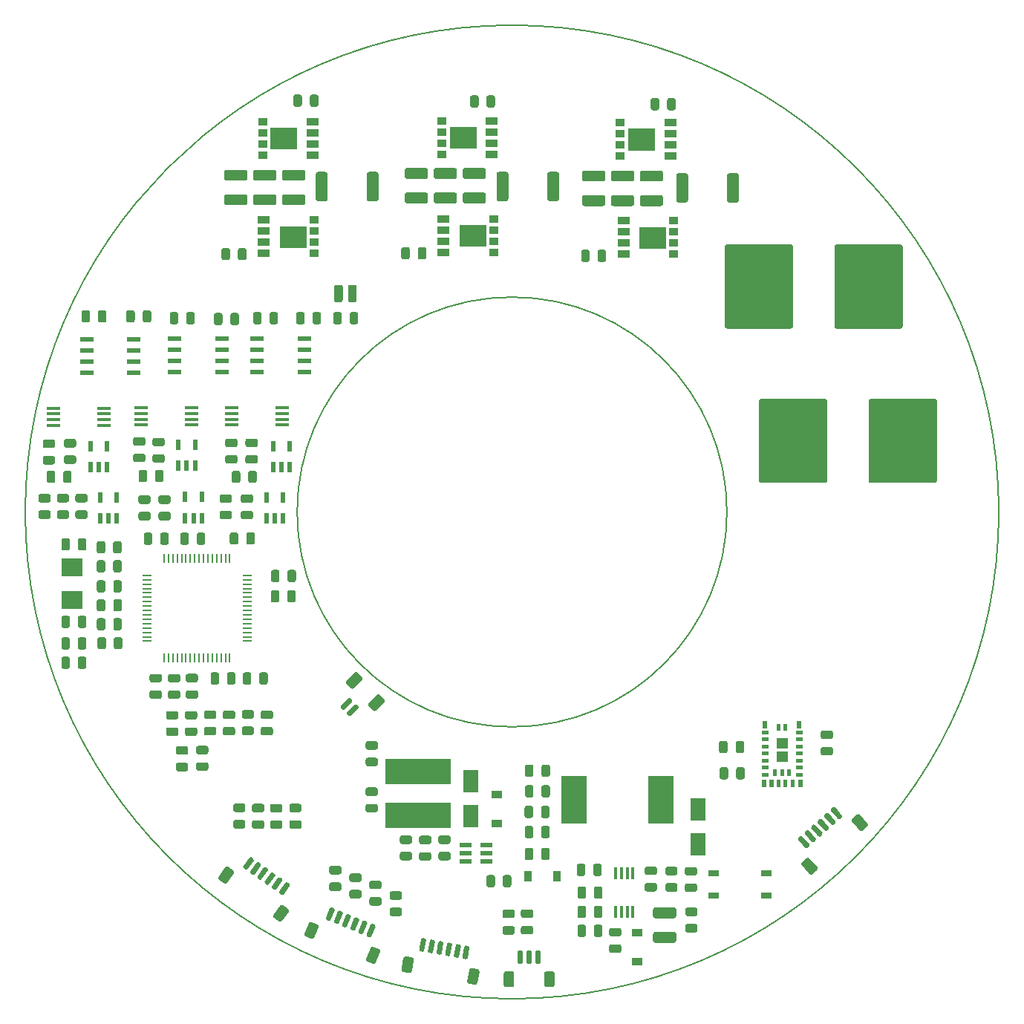
<source format=gbr>
%TF.GenerationSoftware,KiCad,Pcbnew,5.1.6+dfsg1-1*%
%TF.CreationDate,2021-01-25T10:09:04+01:00*%
%TF.ProjectId,gesc,67657363-2e6b-4696-9361-645f70636258,rev?*%
%TF.SameCoordinates,Original*%
%TF.FileFunction,Paste,Top*%
%TF.FilePolarity,Positive*%
%FSLAX46Y46*%
G04 Gerber Fmt 4.6, Leading zero omitted, Abs format (unit mm)*
G04 Created by KiCad (PCBNEW 5.1.6+dfsg1-1) date 2021-01-25 10:09:04*
%MOMM*%
%LPD*%
G01*
G04 APERTURE LIST*
%TA.AperFunction,Profile*%
%ADD10C,0.200000*%
%TD*%
%ADD11C,0.010000*%
%ADD12R,1.200000X0.900000*%
%ADD13R,0.900000X1.200000*%
%ADD14R,1.450000X0.590000*%
%ADD15R,1.200000X0.800000*%
%ADD16R,0.568000X1.309599*%
%ADD17R,1.498600X0.457200*%
%ADD18R,1.450000X0.850000*%
%ADD19R,1.050000X0.850000*%
%ADD20R,7.500000X3.000000*%
%ADD21R,2.900000X5.400000*%
%ADD22R,1.800000X2.500000*%
%ADD23R,1.550000X0.600000*%
%ADD24R,2.400000X2.000000*%
%ADD25R,0.250000X1.000000*%
%ADD26R,1.000000X0.250000*%
%ADD27R,0.450000X1.450000*%
G04 APERTURE END LIST*
D10*
X155499800Y-99999800D02*
G75*
G03*
X155499800Y-99999800I-55500000J0D01*
G01*
X124500000Y-100000000D02*
G75*
G03*
X124500000Y-100000000I-24500000J0D01*
G01*
D11*
G36*
X132599800Y-131274491D02*
G01*
X132599800Y-130524800D01*
X133049456Y-130524800D01*
X133049456Y-131274491D01*
X132599800Y-131274491D01*
G37*
X132599800Y-131274491D02*
X132599800Y-130524800D01*
X133049456Y-130524800D01*
X133049456Y-131274491D01*
X132599800Y-131274491D01*
G36*
X132474800Y-124594760D02*
G01*
X132474800Y-123849800D01*
X132924526Y-123849800D01*
X132924526Y-124594760D01*
X132474800Y-124594760D01*
G37*
X132474800Y-124594760D02*
X132474800Y-123849800D01*
X132924526Y-123849800D01*
X132924526Y-124594760D01*
X132474800Y-124594760D01*
G36*
X128449800Y-131274623D02*
G01*
X128449800Y-130524800D01*
X128896330Y-130524800D01*
X128896330Y-131274623D01*
X128449800Y-131274623D01*
G37*
X128449800Y-131274623D02*
X128449800Y-130524800D01*
X128896330Y-130524800D01*
X128896330Y-131274623D01*
X128449800Y-131274623D01*
G36*
X128574800Y-124597300D02*
G01*
X128574800Y-123849800D01*
X129023250Y-123849800D01*
X129023250Y-124597300D01*
X128574800Y-124597300D01*
G37*
X128574800Y-124597300D02*
X128574800Y-123849800D01*
X129023250Y-123849800D01*
X129023250Y-124597300D01*
X128574800Y-124597300D01*
G36*
X131374800Y-130048050D02*
G01*
X131374800Y-129349800D01*
X131722900Y-129349800D01*
X131722900Y-130048050D01*
X131374800Y-130048050D01*
G37*
X131374800Y-130048050D02*
X131374800Y-129349800D01*
X131722900Y-129349800D01*
X131722900Y-130048050D01*
X131374800Y-130048050D01*
G36*
X130574800Y-130048700D02*
G01*
X130574800Y-129349800D01*
X130922990Y-129349800D01*
X130922990Y-130048700D01*
X130574800Y-130048700D01*
G37*
X130574800Y-130048700D02*
X130574800Y-129349800D01*
X130922990Y-129349800D01*
X130922990Y-130048700D01*
X130574800Y-130048700D01*
G36*
X129774800Y-130047880D02*
G01*
X129774800Y-129349800D01*
X130120590Y-129349800D01*
X130120590Y-130047880D01*
X129774800Y-130047880D01*
G37*
X129774800Y-130047880D02*
X129774800Y-129349800D01*
X130120590Y-129349800D01*
X130120590Y-130047880D01*
X129774800Y-130047880D01*
G36*
X129374800Y-131249682D02*
G01*
X129374800Y-130549800D01*
X129723110Y-130549800D01*
X129723110Y-131249682D01*
X129374800Y-131249682D01*
G37*
X129374800Y-131249682D02*
X129374800Y-130549800D01*
X129723110Y-130549800D01*
X129723110Y-131249682D01*
X129374800Y-131249682D01*
G36*
X130174800Y-131249563D02*
G01*
X130174800Y-130549800D01*
X130522170Y-130549800D01*
X130522170Y-131249563D01*
X130174800Y-131249563D01*
G37*
X130174800Y-131249563D02*
X130174800Y-130549800D01*
X130522170Y-130549800D01*
X130522170Y-131249563D01*
X130174800Y-131249563D01*
G36*
X130974800Y-131249355D02*
G01*
X130974800Y-130549800D01*
X131321290Y-130549800D01*
X131321290Y-131249355D01*
X130974800Y-131249355D01*
G37*
X130974800Y-131249355D02*
X130974800Y-130549800D01*
X131321290Y-130549800D01*
X131321290Y-131249355D01*
X130974800Y-131249355D01*
G36*
X131774800Y-131249775D02*
G01*
X131774800Y-130549800D01*
X132124680Y-130549800D01*
X132124680Y-131249775D01*
X131774800Y-131249775D01*
G37*
X131774800Y-131249775D02*
X131774800Y-130549800D01*
X132124680Y-130549800D01*
X132124680Y-131249775D01*
X131774800Y-131249775D01*
G36*
X130174800Y-124838640D02*
G01*
X130174800Y-124149800D01*
X130520140Y-124149800D01*
X130520140Y-124838640D01*
X130174800Y-124838640D01*
G37*
X130174800Y-124838640D02*
X130174800Y-124149800D01*
X130520140Y-124149800D01*
X130520140Y-124838640D01*
X130174800Y-124838640D01*
G36*
X132349800Y-125262970D02*
G01*
X132349800Y-124924800D01*
X133049325Y-124924800D01*
X133049325Y-125262970D01*
X132349800Y-125262970D01*
G37*
X132349800Y-125262970D02*
X132349800Y-124924800D01*
X133049325Y-124924800D01*
X133049325Y-125262970D01*
X132349800Y-125262970D01*
G36*
X132349800Y-126071650D02*
G01*
X132349800Y-125724800D01*
X133049655Y-125724800D01*
X133049655Y-126071650D01*
X132349800Y-126071650D01*
G37*
X132349800Y-126071650D02*
X132349800Y-125724800D01*
X133049655Y-125724800D01*
X133049655Y-126071650D01*
X132349800Y-126071650D01*
G36*
X132349800Y-126868120D02*
G01*
X132349800Y-126524800D01*
X133049439Y-126524800D01*
X133049439Y-126868120D01*
X132349800Y-126868120D01*
G37*
X132349800Y-126868120D02*
X132349800Y-126524800D01*
X133049439Y-126524800D01*
X133049439Y-126868120D01*
X132349800Y-126868120D01*
G36*
X132349800Y-127671020D02*
G01*
X132349800Y-127324800D01*
X133049553Y-127324800D01*
X133049553Y-127671020D01*
X132349800Y-127671020D01*
G37*
X132349800Y-127671020D02*
X132349800Y-127324800D01*
X133049553Y-127324800D01*
X133049553Y-127671020D01*
X132349800Y-127671020D01*
G36*
X132349800Y-128470760D02*
G01*
X132349800Y-128124800D01*
X133049467Y-128124800D01*
X133049467Y-128470760D01*
X132349800Y-128470760D01*
G37*
X132349800Y-128470760D02*
X132349800Y-128124800D01*
X133049467Y-128124800D01*
X133049467Y-128470760D01*
X132349800Y-128470760D01*
G36*
X132349800Y-129274280D02*
G01*
X132349800Y-128924800D01*
X133049742Y-128924800D01*
X133049742Y-129274280D01*
X132349800Y-129274280D01*
G37*
X132349800Y-129274280D02*
X132349800Y-128924800D01*
X133049742Y-128924800D01*
X133049742Y-129274280D01*
X132349800Y-129274280D01*
G36*
X132349800Y-130072160D02*
G01*
X132349800Y-129724800D01*
X133049337Y-129724800D01*
X133049337Y-130072160D01*
X132349800Y-130072160D01*
G37*
X132349800Y-130072160D02*
X132349800Y-129724800D01*
X133049337Y-129724800D01*
X133049337Y-130072160D01*
X132349800Y-130072160D01*
G36*
X128449800Y-125267810D02*
G01*
X128449800Y-124924800D01*
X129145140Y-124924800D01*
X129145140Y-125267810D01*
X128449800Y-125267810D01*
G37*
X128449800Y-125267810D02*
X128449800Y-124924800D01*
X129145140Y-124924800D01*
X129145140Y-125267810D01*
X128449800Y-125267810D01*
G36*
X128449800Y-126072640D02*
G01*
X128449800Y-125724800D01*
X129148150Y-125724800D01*
X129148150Y-126072640D01*
X128449800Y-126072640D01*
G37*
X128449800Y-126072640D02*
X128449800Y-125724800D01*
X129148150Y-125724800D01*
X129148150Y-126072640D01*
X128449800Y-126072640D01*
G36*
X128449800Y-126866260D02*
G01*
X128449800Y-126524800D01*
X129142130Y-126524800D01*
X129142130Y-126866260D01*
X128449800Y-126866260D01*
G37*
X128449800Y-126866260D02*
X128449800Y-126524800D01*
X129142130Y-126524800D01*
X129142130Y-126866260D01*
X128449800Y-126866260D01*
G36*
X128449800Y-127668440D02*
G01*
X128449800Y-127324800D01*
X129142900Y-127324800D01*
X129142900Y-127668440D01*
X128449800Y-127668440D01*
G37*
X128449800Y-127668440D02*
X128449800Y-127324800D01*
X129142900Y-127324800D01*
X129142900Y-127668440D01*
X128449800Y-127668440D01*
G36*
X128449800Y-128470340D02*
G01*
X128449800Y-128124800D01*
X129143680Y-128124800D01*
X129143680Y-128470340D01*
X128449800Y-128470340D01*
G37*
X128449800Y-128470340D02*
X128449800Y-128124800D01*
X129143680Y-128124800D01*
X129143680Y-128470340D01*
X128449800Y-128470340D01*
G36*
X128449800Y-129271900D02*
G01*
X128449800Y-128924800D01*
X129144390Y-128924800D01*
X129144390Y-129271900D01*
X128449800Y-129271900D01*
G37*
X128449800Y-129271900D02*
X128449800Y-128924800D01*
X129144390Y-128924800D01*
X129144390Y-129271900D01*
X128449800Y-129271900D01*
G36*
X128449800Y-130073980D02*
G01*
X128449800Y-129724800D01*
X129147400Y-129724800D01*
X129147400Y-130073980D01*
X128449800Y-130073980D01*
G37*
X128449800Y-130073980D02*
X128449800Y-129724800D01*
X129147400Y-129724800D01*
X129147400Y-130073980D01*
X128449800Y-130073980D01*
G36*
X130974800Y-124843310D02*
G01*
X130974800Y-124149800D01*
X131322870Y-124149800D01*
X131322870Y-124843310D01*
X130974800Y-124843310D01*
G37*
X130974800Y-124843310D02*
X130974800Y-124149800D01*
X131322870Y-124149800D01*
X131322870Y-124843310D01*
X130974800Y-124843310D01*
G36*
X130149800Y-128398580D02*
G01*
X130149800Y-127299800D01*
X131349030Y-127299800D01*
X131349030Y-128398580D01*
X130149800Y-128398580D01*
G37*
X130149800Y-128398580D02*
X130149800Y-127299800D01*
X131349030Y-127299800D01*
X131349030Y-128398580D01*
X130149800Y-128398580D01*
G36*
X130149800Y-126895720D02*
G01*
X130149800Y-125799800D01*
X131348070Y-125799800D01*
X131348070Y-126895720D01*
X130149800Y-126895720D01*
G37*
X130149800Y-126895720D02*
X130149800Y-125799800D01*
X131348070Y-125799800D01*
X131348070Y-126895720D01*
X130149800Y-126895720D01*
G36*
X94009800Y-67313800D02*
G01*
X96989800Y-67313800D01*
X96989800Y-69685800D01*
X94009800Y-69685800D01*
X94009800Y-67313800D01*
G37*
X94009800Y-67313800D02*
X96989800Y-67313800D01*
X96989800Y-69685800D01*
X94009800Y-69685800D01*
X94009800Y-67313800D01*
G36*
X95889800Y-58485800D02*
G01*
X92909800Y-58485800D01*
X92909800Y-56113800D01*
X95889800Y-56113800D01*
X95889800Y-58485800D01*
G37*
X95889800Y-58485800D02*
X92909800Y-58485800D01*
X92909800Y-56113800D01*
X95889800Y-56113800D01*
X95889800Y-58485800D01*
G36*
X114509800Y-67513800D02*
G01*
X117489800Y-67513800D01*
X117489800Y-69885800D01*
X114509800Y-69885800D01*
X114509800Y-67513800D01*
G37*
X114509800Y-67513800D02*
X117489800Y-67513800D01*
X117489800Y-69885800D01*
X114509800Y-69885800D01*
X114509800Y-67513800D01*
G36*
X116239800Y-58685800D02*
G01*
X113259800Y-58685800D01*
X113259800Y-56313800D01*
X116239800Y-56313800D01*
X116239800Y-58685800D01*
G37*
X116239800Y-58685800D02*
X113259800Y-58685800D01*
X113259800Y-56313800D01*
X116239800Y-56313800D01*
X116239800Y-58685800D01*
G36*
X73509800Y-67413800D02*
G01*
X76489800Y-67413800D01*
X76489800Y-69785800D01*
X73509800Y-69785800D01*
X73509800Y-67413800D01*
G37*
X73509800Y-67413800D02*
X76489800Y-67413800D01*
X76489800Y-69785800D01*
X73509800Y-69785800D01*
X73509800Y-67413800D01*
G36*
X75439800Y-58585800D02*
G01*
X72459800Y-58585800D01*
X72459800Y-56213800D01*
X75439800Y-56213800D01*
X75439800Y-58585800D01*
G37*
X75439800Y-58585800D02*
X72459800Y-58585800D01*
X72459800Y-56213800D01*
X75439800Y-56213800D01*
X75439800Y-58585800D01*
D12*
X98299800Y-132199800D03*
X98299800Y-135499800D03*
X114299800Y-151249800D03*
X114299800Y-147949800D03*
D13*
X105149800Y-141499800D03*
X101849800Y-141499800D03*
D14*
X94744800Y-137949800D03*
X94744800Y-138899800D03*
X94744800Y-139849800D03*
X97054800Y-139849800D03*
X97054800Y-138899800D03*
X97054800Y-137949800D03*
D15*
X122999800Y-141229800D03*
X128999800Y-141229800D03*
X128999800Y-143769800D03*
X122999800Y-143769800D03*
D16*
X71981799Y-100761800D03*
X72931800Y-100761800D03*
X73881801Y-100761800D03*
X73881801Y-98374200D03*
X71981799Y-98374200D03*
X62727799Y-100685600D03*
X63677800Y-100685600D03*
X64627801Y-100685600D03*
X64627801Y-98298000D03*
X62727799Y-98298000D03*
X72755999Y-94893600D03*
X73706000Y-94893600D03*
X74656001Y-94893600D03*
X74656001Y-92506000D03*
X72755999Y-92506000D03*
X61949799Y-94693600D03*
X62899800Y-94693600D03*
X63849801Y-94693600D03*
X63849801Y-92306000D03*
X61949799Y-92306000D03*
X51949799Y-94893600D03*
X52899800Y-94893600D03*
X53849801Y-94893600D03*
X53849801Y-92506000D03*
X51949799Y-92506000D03*
D17*
X63499799Y-90074799D03*
X63499799Y-89424801D03*
X63499799Y-88774799D03*
X63499799Y-88124801D03*
X57699801Y-88124801D03*
X57699801Y-88774799D03*
X57699801Y-89424801D03*
X57699801Y-90074799D03*
X73799799Y-90074799D03*
X73799799Y-89424801D03*
X73799799Y-88774799D03*
X73799799Y-88124801D03*
X67999801Y-88124801D03*
X67999801Y-88774799D03*
X67999801Y-89424801D03*
X67999801Y-90074799D03*
X53499798Y-90099800D03*
X53499798Y-89449802D03*
X53499798Y-88799800D03*
X53499798Y-88149802D03*
X47699800Y-88149802D03*
X47699800Y-88799800D03*
X47699800Y-89449802D03*
X47699800Y-90099800D03*
D16*
X53049799Y-100761800D03*
X53999800Y-100761800D03*
X54949801Y-100761800D03*
X54949801Y-98374200D03*
X53049799Y-98374200D03*
G36*
G01*
X87443550Y-138749800D02*
X88356050Y-138749800D01*
G75*
G02*
X88599800Y-138993550I0J-243750D01*
G01*
X88599800Y-139481050D01*
G75*
G02*
X88356050Y-139724800I-243750J0D01*
G01*
X87443550Y-139724800D01*
G75*
G02*
X87199800Y-139481050I0J243750D01*
G01*
X87199800Y-138993550D01*
G75*
G02*
X87443550Y-138749800I243750J0D01*
G01*
G37*
G36*
G01*
X87443550Y-136874800D02*
X88356050Y-136874800D01*
G75*
G02*
X88599800Y-137118550I0J-243750D01*
G01*
X88599800Y-137606050D01*
G75*
G02*
X88356050Y-137849800I-243750J0D01*
G01*
X87443550Y-137849800D01*
G75*
G02*
X87199800Y-137606050I0J243750D01*
G01*
X87199800Y-137118550D01*
G75*
G02*
X87443550Y-136874800I243750J0D01*
G01*
G37*
D18*
X92199800Y-66594800D03*
X92199800Y-67864800D03*
X92199800Y-69134800D03*
X92199800Y-70404800D03*
D19*
X97899800Y-70404800D03*
X97899800Y-69134800D03*
X97899800Y-67864800D03*
X97899800Y-66594800D03*
D18*
X97699800Y-59204800D03*
X97699800Y-57934800D03*
X97699800Y-56664800D03*
X97699800Y-55394800D03*
D19*
X91999800Y-55394800D03*
X91999800Y-56664800D03*
X91999800Y-57934800D03*
X91999800Y-59204800D03*
D18*
X112699800Y-66794800D03*
X112699800Y-68064800D03*
X112699800Y-69334800D03*
X112699800Y-70604800D03*
D19*
X118399800Y-70604800D03*
X118399800Y-69334800D03*
X118399800Y-68064800D03*
X118399800Y-66794800D03*
D18*
X118049800Y-59404800D03*
X118049800Y-58134800D03*
X118049800Y-56864800D03*
X118049800Y-55594800D03*
D19*
X112349800Y-55594800D03*
X112349800Y-56864800D03*
X112349800Y-58134800D03*
X112349800Y-59404800D03*
D18*
X71699800Y-66694800D03*
X71699800Y-67964800D03*
X71699800Y-69234800D03*
X71699800Y-70504800D03*
D19*
X77399800Y-70504800D03*
X77399800Y-69234800D03*
X77399800Y-67964800D03*
X77399800Y-66694800D03*
D18*
X77249800Y-59304800D03*
X77249800Y-58034800D03*
X77249800Y-56764800D03*
X77249800Y-55494800D03*
D19*
X71549800Y-55494800D03*
X71549800Y-56764800D03*
X71549800Y-58034800D03*
X71549800Y-59304800D03*
D20*
X89299800Y-134599800D03*
X89299800Y-129599800D03*
D21*
X116999800Y-132799800D03*
X107099800Y-132799800D03*
G36*
G01*
X81299800Y-75849800D02*
X81299800Y-74349800D01*
G75*
G02*
X81549800Y-74099800I250000J0D01*
G01*
X82049800Y-74099800D01*
G75*
G02*
X82299800Y-74349800I0J-250000D01*
G01*
X82299800Y-75849800D01*
G75*
G02*
X82049800Y-76099800I-250000J0D01*
G01*
X81549800Y-76099800D01*
G75*
G02*
X81299800Y-75849800I0J250000D01*
G01*
G37*
G36*
G01*
X79699800Y-75849800D02*
X79699800Y-74349800D01*
G75*
G02*
X79949800Y-74099800I250000J0D01*
G01*
X80449800Y-74099800D01*
G75*
G02*
X80699800Y-74349800I0J-250000D01*
G01*
X80699800Y-75849800D01*
G75*
G02*
X80449800Y-76099800I-250000J0D01*
G01*
X79949800Y-76099800D01*
G75*
G02*
X79699800Y-75849800I0J250000D01*
G01*
G37*
D22*
X95299800Y-130699800D03*
X95299800Y-134699800D03*
G36*
G01*
X88024800Y-63574800D02*
X90174800Y-63574800D01*
G75*
G02*
X90424800Y-63824800I0J-250000D01*
G01*
X90424800Y-64574800D01*
G75*
G02*
X90174800Y-64824800I-250000J0D01*
G01*
X88024800Y-64824800D01*
G75*
G02*
X87774800Y-64574800I0J250000D01*
G01*
X87774800Y-63824800D01*
G75*
G02*
X88024800Y-63574800I250000J0D01*
G01*
G37*
G36*
G01*
X88024800Y-60774800D02*
X90174800Y-60774800D01*
G75*
G02*
X90424800Y-61024800I0J-250000D01*
G01*
X90424800Y-61774800D01*
G75*
G02*
X90174800Y-62024800I-250000J0D01*
G01*
X88024800Y-62024800D01*
G75*
G02*
X87774800Y-61774800I0J250000D01*
G01*
X87774800Y-61024800D01*
G75*
G02*
X88024800Y-60774800I250000J0D01*
G01*
G37*
G36*
G01*
X108224800Y-63874800D02*
X110374800Y-63874800D01*
G75*
G02*
X110624800Y-64124800I0J-250000D01*
G01*
X110624800Y-64874800D01*
G75*
G02*
X110374800Y-65124800I-250000J0D01*
G01*
X108224800Y-65124800D01*
G75*
G02*
X107974800Y-64874800I0J250000D01*
G01*
X107974800Y-64124800D01*
G75*
G02*
X108224800Y-63874800I250000J0D01*
G01*
G37*
G36*
G01*
X108224800Y-61074800D02*
X110374800Y-61074800D01*
G75*
G02*
X110624800Y-61324800I0J-250000D01*
G01*
X110624800Y-62074800D01*
G75*
G02*
X110374800Y-62324800I-250000J0D01*
G01*
X108224800Y-62324800D01*
G75*
G02*
X107974800Y-62074800I0J250000D01*
G01*
X107974800Y-61324800D01*
G75*
G02*
X108224800Y-61074800I250000J0D01*
G01*
G37*
G36*
G01*
X67424800Y-63774800D02*
X69574800Y-63774800D01*
G75*
G02*
X69824800Y-64024800I0J-250000D01*
G01*
X69824800Y-64774800D01*
G75*
G02*
X69574800Y-65024800I-250000J0D01*
G01*
X67424800Y-65024800D01*
G75*
G02*
X67174800Y-64774800I0J250000D01*
G01*
X67174800Y-64024800D01*
G75*
G02*
X67424800Y-63774800I250000J0D01*
G01*
G37*
G36*
G01*
X67424800Y-60974800D02*
X69574800Y-60974800D01*
G75*
G02*
X69824800Y-61224800I0J-250000D01*
G01*
X69824800Y-61974800D01*
G75*
G02*
X69574800Y-62224800I-250000J0D01*
G01*
X67424800Y-62224800D01*
G75*
G02*
X67174800Y-61974800I0J250000D01*
G01*
X67174800Y-61224800D01*
G75*
G02*
X67424800Y-60974800I250000J0D01*
G01*
G37*
G36*
G01*
X83543550Y-133287300D02*
X84456050Y-133287300D01*
G75*
G02*
X84699800Y-133531050I0J-243750D01*
G01*
X84699800Y-134018550D01*
G75*
G02*
X84456050Y-134262300I-243750J0D01*
G01*
X83543550Y-134262300D01*
G75*
G02*
X83299800Y-134018550I0J243750D01*
G01*
X83299800Y-133531050D01*
G75*
G02*
X83543550Y-133287300I243750J0D01*
G01*
G37*
G36*
G01*
X83543550Y-131412300D02*
X84456050Y-131412300D01*
G75*
G02*
X84699800Y-131656050I0J-243750D01*
G01*
X84699800Y-132143550D01*
G75*
G02*
X84456050Y-132387300I-243750J0D01*
G01*
X83543550Y-132387300D01*
G75*
G02*
X83299800Y-132143550I0J243750D01*
G01*
X83299800Y-131656050D01*
G75*
G02*
X83543550Y-131412300I243750J0D01*
G01*
G37*
G36*
G01*
X84456050Y-127112300D02*
X83543550Y-127112300D01*
G75*
G02*
X83299800Y-126868550I0J243750D01*
G01*
X83299800Y-126381050D01*
G75*
G02*
X83543550Y-126137300I243750J0D01*
G01*
X84456050Y-126137300D01*
G75*
G02*
X84699800Y-126381050I0J-243750D01*
G01*
X84699800Y-126868550D01*
G75*
G02*
X84456050Y-127112300I-243750J0D01*
G01*
G37*
G36*
G01*
X84456050Y-128987300D02*
X83543550Y-128987300D01*
G75*
G02*
X83299800Y-128743550I0J243750D01*
G01*
X83299800Y-128256050D01*
G75*
G02*
X83543550Y-128012300I243750J0D01*
G01*
X84456050Y-128012300D01*
G75*
G02*
X84699800Y-128256050I0J-243750D01*
G01*
X84699800Y-128743550D01*
G75*
G02*
X84456050Y-128987300I-243750J0D01*
G01*
G37*
G36*
G01*
X92756050Y-137849800D02*
X91843550Y-137849800D01*
G75*
G02*
X91599800Y-137606050I0J243750D01*
G01*
X91599800Y-137118550D01*
G75*
G02*
X91843550Y-136874800I243750J0D01*
G01*
X92756050Y-136874800D01*
G75*
G02*
X92999800Y-137118550I0J-243750D01*
G01*
X92999800Y-137606050D01*
G75*
G02*
X92756050Y-137849800I-243750J0D01*
G01*
G37*
G36*
G01*
X92756050Y-139724800D02*
X91843550Y-139724800D01*
G75*
G02*
X91599800Y-139481050I0J243750D01*
G01*
X91599800Y-138993550D01*
G75*
G02*
X91843550Y-138749800I243750J0D01*
G01*
X92756050Y-138749800D01*
G75*
G02*
X92999800Y-138993550I0J-243750D01*
G01*
X92999800Y-139481050D01*
G75*
G02*
X92756050Y-139724800I-243750J0D01*
G01*
G37*
G36*
G01*
X68443550Y-135112300D02*
X69356050Y-135112300D01*
G75*
G02*
X69599800Y-135356050I0J-243750D01*
G01*
X69599800Y-135843550D01*
G75*
G02*
X69356050Y-136087300I-243750J0D01*
G01*
X68443550Y-136087300D01*
G75*
G02*
X68199800Y-135843550I0J243750D01*
G01*
X68199800Y-135356050D01*
G75*
G02*
X68443550Y-135112300I243750J0D01*
G01*
G37*
G36*
G01*
X68443550Y-133237300D02*
X69356050Y-133237300D01*
G75*
G02*
X69599800Y-133481050I0J-243750D01*
G01*
X69599800Y-133968550D01*
G75*
G02*
X69356050Y-134212300I-243750J0D01*
G01*
X68443550Y-134212300D01*
G75*
G02*
X68199800Y-133968550I0J243750D01*
G01*
X68199800Y-133481050D01*
G75*
G02*
X68443550Y-133237300I243750J0D01*
G01*
G37*
G36*
G01*
X74843550Y-135149800D02*
X75756050Y-135149800D01*
G75*
G02*
X75999800Y-135393550I0J-243750D01*
G01*
X75999800Y-135881050D01*
G75*
G02*
X75756050Y-136124800I-243750J0D01*
G01*
X74843550Y-136124800D01*
G75*
G02*
X74599800Y-135881050I0J243750D01*
G01*
X74599800Y-135393550D01*
G75*
G02*
X74843550Y-135149800I243750J0D01*
G01*
G37*
G36*
G01*
X74843550Y-133274800D02*
X75756050Y-133274800D01*
G75*
G02*
X75999800Y-133518550I0J-243750D01*
G01*
X75999800Y-134006050D01*
G75*
G02*
X75756050Y-134249800I-243750J0D01*
G01*
X74843550Y-134249800D01*
G75*
G02*
X74599800Y-134006050I0J243750D01*
G01*
X74599800Y-133518550D01*
G75*
G02*
X74843550Y-133274800I243750J0D01*
G01*
G37*
G36*
G01*
X135949800Y-87349797D02*
X135949800Y-96449803D01*
G75*
G02*
X135699803Y-96699800I-249997J0D01*
G01*
X128399797Y-96699800D01*
G75*
G02*
X128149800Y-96449803I0J249997D01*
G01*
X128149800Y-87349797D01*
G75*
G02*
X128399797Y-87099800I249997J0D01*
G01*
X135699803Y-87099800D01*
G75*
G02*
X135949800Y-87349797I0J-249997D01*
G01*
G37*
G36*
G01*
X148449800Y-87349797D02*
X148449800Y-96449803D01*
G75*
G02*
X148199803Y-96699800I-249997J0D01*
G01*
X140899797Y-96699800D01*
G75*
G02*
X140649800Y-96449803I0J249997D01*
G01*
X140649800Y-87349797D01*
G75*
G02*
X140899797Y-87099800I249997J0D01*
G01*
X148199803Y-87099800D01*
G75*
G02*
X148449800Y-87349797I0J-249997D01*
G01*
G37*
G36*
G01*
X144549800Y-69749797D02*
X144549800Y-78849803D01*
G75*
G02*
X144299803Y-79099800I-249997J0D01*
G01*
X136999797Y-79099800D01*
G75*
G02*
X136749800Y-78849803I0J249997D01*
G01*
X136749800Y-69749797D01*
G75*
G02*
X136999797Y-69499800I249997J0D01*
G01*
X144299803Y-69499800D01*
G75*
G02*
X144549800Y-69749797I0J-249997D01*
G01*
G37*
G36*
G01*
X132049800Y-69749797D02*
X132049800Y-78849803D01*
G75*
G02*
X131799803Y-79099800I-249997J0D01*
G01*
X124499797Y-79099800D01*
G75*
G02*
X124249800Y-78849803I0J249997D01*
G01*
X124249800Y-69749797D01*
G75*
G02*
X124499797Y-69499800I249997J0D01*
G01*
X131799803Y-69499800D01*
G75*
G02*
X132049800Y-69749797I0J-249997D01*
G01*
G37*
G36*
G01*
X120074800Y-61624799D02*
X120074800Y-64474801D01*
G75*
G02*
X119824801Y-64724800I-249999J0D01*
G01*
X118974799Y-64724800D01*
G75*
G02*
X118724800Y-64474801I0J249999D01*
G01*
X118724800Y-61624799D01*
G75*
G02*
X118974799Y-61374800I249999J0D01*
G01*
X119824801Y-61374800D01*
G75*
G02*
X120074800Y-61624799I0J-249999D01*
G01*
G37*
G36*
G01*
X125874800Y-61624799D02*
X125874800Y-64474801D01*
G75*
G02*
X125624801Y-64724800I-249999J0D01*
G01*
X124774799Y-64724800D01*
G75*
G02*
X124524800Y-64474801I0J249999D01*
G01*
X124524800Y-61624799D01*
G75*
G02*
X124774799Y-61374800I249999J0D01*
G01*
X125624801Y-61374800D01*
G75*
G02*
X125874800Y-61624799I0J-249999D01*
G01*
G37*
G36*
G01*
X72643550Y-133287300D02*
X73556050Y-133287300D01*
G75*
G02*
X73799800Y-133531050I0J-243750D01*
G01*
X73799800Y-134018550D01*
G75*
G02*
X73556050Y-134262300I-243750J0D01*
G01*
X72643550Y-134262300D01*
G75*
G02*
X72399800Y-134018550I0J243750D01*
G01*
X72399800Y-133531050D01*
G75*
G02*
X72643550Y-133287300I243750J0D01*
G01*
G37*
G36*
G01*
X72643550Y-135162300D02*
X73556050Y-135162300D01*
G75*
G02*
X73799800Y-135406050I0J-243750D01*
G01*
X73799800Y-135893550D01*
G75*
G02*
X73556050Y-136137300I-243750J0D01*
G01*
X72643550Y-136137300D01*
G75*
G02*
X72399800Y-135893550I0J243750D01*
G01*
X72399800Y-135406050D01*
G75*
G02*
X72643550Y-135162300I243750J0D01*
G01*
G37*
G36*
G01*
X126524800Y-129343550D02*
X126524800Y-130256050D01*
G75*
G02*
X126281050Y-130499800I-243750J0D01*
G01*
X125793550Y-130499800D01*
G75*
G02*
X125549800Y-130256050I0J243750D01*
G01*
X125549800Y-129343550D01*
G75*
G02*
X125793550Y-129099800I243750J0D01*
G01*
X126281050Y-129099800D01*
G75*
G02*
X126524800Y-129343550I0J-243750D01*
G01*
G37*
G36*
G01*
X124649800Y-129343550D02*
X124649800Y-130256050D01*
G75*
G02*
X124406050Y-130499800I-243750J0D01*
G01*
X123918550Y-130499800D01*
G75*
G02*
X123674800Y-130256050I0J243750D01*
G01*
X123674800Y-129343550D01*
G75*
G02*
X123918550Y-129099800I243750J0D01*
G01*
X124406050Y-129099800D01*
G75*
G02*
X124649800Y-129343550I0J-243750D01*
G01*
G37*
G36*
G01*
X136356050Y-127762300D02*
X135443550Y-127762300D01*
G75*
G02*
X135199800Y-127518550I0J243750D01*
G01*
X135199800Y-127031050D01*
G75*
G02*
X135443550Y-126787300I243750J0D01*
G01*
X136356050Y-126787300D01*
G75*
G02*
X136599800Y-127031050I0J-243750D01*
G01*
X136599800Y-127518550D01*
G75*
G02*
X136356050Y-127762300I-243750J0D01*
G01*
G37*
G36*
G01*
X136356050Y-125887300D02*
X135443550Y-125887300D01*
G75*
G02*
X135199800Y-125643550I0J243750D01*
G01*
X135199800Y-125156050D01*
G75*
G02*
X135443550Y-124912300I243750J0D01*
G01*
X136356050Y-124912300D01*
G75*
G02*
X136599800Y-125156050I0J-243750D01*
G01*
X136599800Y-125643550D01*
G75*
G02*
X136356050Y-125887300I-243750J0D01*
G01*
G37*
G36*
G01*
X126462300Y-126343550D02*
X126462300Y-127256050D01*
G75*
G02*
X126218550Y-127499800I-243750J0D01*
G01*
X125731050Y-127499800D01*
G75*
G02*
X125487300Y-127256050I0J243750D01*
G01*
X125487300Y-126343550D01*
G75*
G02*
X125731050Y-126099800I243750J0D01*
G01*
X126218550Y-126099800D01*
G75*
G02*
X126462300Y-126343550I0J-243750D01*
G01*
G37*
G36*
G01*
X124587300Y-126343550D02*
X124587300Y-127256050D01*
G75*
G02*
X124343550Y-127499800I-243750J0D01*
G01*
X123856050Y-127499800D01*
G75*
G02*
X123612300Y-127256050I0J243750D01*
G01*
X123612300Y-126343550D01*
G75*
G02*
X123856050Y-126099800I243750J0D01*
G01*
X124343550Y-126099800D01*
G75*
G02*
X124587300Y-126343550I0J-243750D01*
G01*
G37*
G36*
G01*
X133945561Y-139514279D02*
X134798439Y-140495403D01*
G75*
G02*
X134773776Y-140848094I-188677J-164014D01*
G01*
X134245478Y-141307336D01*
G75*
G02*
X133892787Y-141282673I-164014J188677D01*
G01*
X133039909Y-140301549D01*
G75*
G02*
X133064572Y-139948858I188677J164014D01*
G01*
X133592870Y-139489616D01*
G75*
G02*
X133945561Y-139514279I164014J-188677D01*
G01*
G37*
G36*
G01*
X139681354Y-134528230D02*
X140534232Y-135509354D01*
G75*
G02*
X140509569Y-135862045I-188677J-164014D01*
G01*
X139981271Y-136321287D01*
G75*
G02*
X139628580Y-136296624I-164014J188677D01*
G01*
X138775702Y-135315500D01*
G75*
G02*
X138800365Y-134962809I188677J164014D01*
G01*
X139328663Y-134503567D01*
G75*
G02*
X139681354Y-134528230I164014J-188677D01*
G01*
G37*
G36*
G01*
X133060124Y-136971446D02*
X133880197Y-137914833D01*
G75*
G02*
X133865400Y-138126448I-113206J-98409D01*
G01*
X133638987Y-138323265D01*
G75*
G02*
X133427372Y-138308468I-98409J113206D01*
G01*
X132607299Y-137365081D01*
G75*
G02*
X132622096Y-137153466I113206J98409D01*
G01*
X132848509Y-136956649D01*
G75*
G02*
X133060124Y-136971446I98409J-113206D01*
G01*
G37*
G36*
G01*
X133814833Y-136315387D02*
X134634906Y-137258774D01*
G75*
G02*
X134620109Y-137470389I-113206J-98409D01*
G01*
X134393696Y-137667206D01*
G75*
G02*
X134182081Y-137652409I-98409J113206D01*
G01*
X133362008Y-136709022D01*
G75*
G02*
X133376805Y-136497407I113206J98409D01*
G01*
X133603218Y-136300590D01*
G75*
G02*
X133814833Y-136315387I98409J-113206D01*
G01*
G37*
G36*
G01*
X134569543Y-135659328D02*
X135389616Y-136602715D01*
G75*
G02*
X135374819Y-136814330I-113206J-98409D01*
G01*
X135148406Y-137011147D01*
G75*
G02*
X134936791Y-136996350I-98409J113206D01*
G01*
X134116718Y-136052963D01*
G75*
G02*
X134131515Y-135841348I113206J98409D01*
G01*
X134357928Y-135644531D01*
G75*
G02*
X134569543Y-135659328I98409J-113206D01*
G01*
G37*
G36*
G01*
X135324253Y-135003269D02*
X136144326Y-135946656D01*
G75*
G02*
X136129529Y-136158271I-113206J-98409D01*
G01*
X135903116Y-136355088D01*
G75*
G02*
X135691501Y-136340291I-98409J113206D01*
G01*
X134871428Y-135396904D01*
G75*
G02*
X134886225Y-135185289I113206J98409D01*
G01*
X135112638Y-134988472D01*
G75*
G02*
X135324253Y-135003269I98409J-113206D01*
G01*
G37*
G36*
G01*
X136078962Y-134347210D02*
X136899035Y-135290597D01*
G75*
G02*
X136884238Y-135502212I-113206J-98409D01*
G01*
X136657825Y-135699029D01*
G75*
G02*
X136446210Y-135684232I-98409J113206D01*
G01*
X135626137Y-134740845D01*
G75*
G02*
X135640934Y-134529230I113206J98409D01*
G01*
X135867347Y-134332413D01*
G75*
G02*
X136078962Y-134347210I98409J-113206D01*
G01*
G37*
G36*
G01*
X136833672Y-133691151D02*
X137653745Y-134634538D01*
G75*
G02*
X137638948Y-134846153I-113206J-98409D01*
G01*
X137412535Y-135042970D01*
G75*
G02*
X137200920Y-135028173I-98409J113206D01*
G01*
X136380847Y-134084786D01*
G75*
G02*
X136395644Y-133873171I113206J98409D01*
G01*
X136622057Y-133676354D01*
G75*
G02*
X136833672Y-133691151I98409J-113206D01*
G01*
G37*
G36*
G01*
X83661500Y-121780740D02*
X84580740Y-120861500D01*
G75*
G02*
X84934292Y-120861500I176776J-176776D01*
G01*
X85429268Y-121356476D01*
G75*
G02*
X85429268Y-121710028I-176776J-176776D01*
G01*
X84510028Y-122629268D01*
G75*
G02*
X84156476Y-122629268I-176776J176776D01*
G01*
X83661500Y-122134292D01*
G75*
G02*
X83661500Y-121780740I176776J176776D01*
G01*
G37*
G36*
G01*
X81115916Y-119235156D02*
X82035156Y-118315916D01*
G75*
G02*
X82388708Y-118315916I176776J-176776D01*
G01*
X82883684Y-118810892D01*
G75*
G02*
X82883684Y-119164444I-176776J-176776D01*
G01*
X81964444Y-120083684D01*
G75*
G02*
X81610892Y-120083684I-176776J176776D01*
G01*
X81115916Y-119588708D01*
G75*
G02*
X81115916Y-119235156I176776J176776D01*
G01*
G37*
G36*
G01*
X81186627Y-122841400D02*
X82070511Y-121957516D01*
G75*
G02*
X82282643Y-121957516I106066J-106066D01*
G01*
X82494775Y-122169648D01*
G75*
G02*
X82494775Y-122381780I-106066J-106066D01*
G01*
X81610891Y-123265664D01*
G75*
G02*
X81398759Y-123265664I-106066J106066D01*
G01*
X81186627Y-123053532D01*
G75*
G02*
X81186627Y-122841400I106066J106066D01*
G01*
G37*
G36*
G01*
X80479520Y-122134293D02*
X81363404Y-121250409D01*
G75*
G02*
X81575536Y-121250409I106066J-106066D01*
G01*
X81787668Y-121462541D01*
G75*
G02*
X81787668Y-121674673I-106066J-106066D01*
G01*
X80903784Y-122558557D01*
G75*
G02*
X80691652Y-122558557I-106066J106066D01*
G01*
X80479520Y-122346425D01*
G75*
G02*
X80479520Y-122134293I106066J106066D01*
G01*
G37*
G36*
G01*
X70593550Y-133274800D02*
X71506050Y-133274800D01*
G75*
G02*
X71749800Y-133518550I0J-243750D01*
G01*
X71749800Y-134006050D01*
G75*
G02*
X71506050Y-134249800I-243750J0D01*
G01*
X70593550Y-134249800D01*
G75*
G02*
X70349800Y-134006050I0J243750D01*
G01*
X70349800Y-133518550D01*
G75*
G02*
X70593550Y-133274800I243750J0D01*
G01*
G37*
G36*
G01*
X70593550Y-135149800D02*
X71506050Y-135149800D01*
G75*
G02*
X71749800Y-135393550I0J-243750D01*
G01*
X71749800Y-135881050D01*
G75*
G02*
X71506050Y-136124800I-243750J0D01*
G01*
X70593550Y-136124800D01*
G75*
G02*
X70349800Y-135881050I0J243750D01*
G01*
X70349800Y-135393550D01*
G75*
G02*
X70593550Y-135149800I243750J0D01*
G01*
G37*
G36*
G01*
X47912300Y-95543550D02*
X47912300Y-96456050D01*
G75*
G02*
X47668550Y-96699800I-243750J0D01*
G01*
X47181050Y-96699800D01*
G75*
G02*
X46937300Y-96456050I0J243750D01*
G01*
X46937300Y-95543550D01*
G75*
G02*
X47181050Y-95299800I243750J0D01*
G01*
X47668550Y-95299800D01*
G75*
G02*
X47912300Y-95543550I0J-243750D01*
G01*
G37*
G36*
G01*
X49787300Y-95543550D02*
X49787300Y-96456050D01*
G75*
G02*
X49543550Y-96699800I-243750J0D01*
G01*
X49056050Y-96699800D01*
G75*
G02*
X48812300Y-96456050I0J243750D01*
G01*
X48812300Y-95543550D01*
G75*
G02*
X49056050Y-95299800I243750J0D01*
G01*
X49543550Y-95299800D01*
G75*
G02*
X49787300Y-95543550I0J-243750D01*
G01*
G37*
G36*
G01*
X60262300Y-95443550D02*
X60262300Y-96356050D01*
G75*
G02*
X60018550Y-96599800I-243750J0D01*
G01*
X59531050Y-96599800D01*
G75*
G02*
X59287300Y-96356050I0J243750D01*
G01*
X59287300Y-95443550D01*
G75*
G02*
X59531050Y-95199800I243750J0D01*
G01*
X60018550Y-95199800D01*
G75*
G02*
X60262300Y-95443550I0J-243750D01*
G01*
G37*
G36*
G01*
X58387300Y-95443550D02*
X58387300Y-96356050D01*
G75*
G02*
X58143550Y-96599800I-243750J0D01*
G01*
X57656050Y-96599800D01*
G75*
G02*
X57412300Y-96356050I0J243750D01*
G01*
X57412300Y-95443550D01*
G75*
G02*
X57656050Y-95199800I243750J0D01*
G01*
X58143550Y-95199800D01*
G75*
G02*
X58387300Y-95443550I0J-243750D01*
G01*
G37*
G36*
G01*
X69012300Y-95543550D02*
X69012300Y-96456050D01*
G75*
G02*
X68768550Y-96699800I-243750J0D01*
G01*
X68281050Y-96699800D01*
G75*
G02*
X68037300Y-96456050I0J243750D01*
G01*
X68037300Y-95543550D01*
G75*
G02*
X68281050Y-95299800I243750J0D01*
G01*
X68768550Y-95299800D01*
G75*
G02*
X69012300Y-95543550I0J-243750D01*
G01*
G37*
G36*
G01*
X70887300Y-95543550D02*
X70887300Y-96456050D01*
G75*
G02*
X70643550Y-96699800I-243750J0D01*
G01*
X70156050Y-96699800D01*
G75*
G02*
X69912300Y-96456050I0J243750D01*
G01*
X69912300Y-95543550D01*
G75*
G02*
X70156050Y-95299800I243750J0D01*
G01*
X70643550Y-95299800D01*
G75*
G02*
X70887300Y-95543550I0J-243750D01*
G01*
G37*
G36*
G01*
X46743550Y-93612300D02*
X47656050Y-93612300D01*
G75*
G02*
X47899800Y-93856050I0J-243750D01*
G01*
X47899800Y-94343550D01*
G75*
G02*
X47656050Y-94587300I-243750J0D01*
G01*
X46743550Y-94587300D01*
G75*
G02*
X46499800Y-94343550I0J243750D01*
G01*
X46499800Y-93856050D01*
G75*
G02*
X46743550Y-93612300I243750J0D01*
G01*
G37*
G36*
G01*
X46743550Y-91737300D02*
X47656050Y-91737300D01*
G75*
G02*
X47899800Y-91981050I0J-243750D01*
G01*
X47899800Y-92468550D01*
G75*
G02*
X47656050Y-92712300I-243750J0D01*
G01*
X46743550Y-92712300D01*
G75*
G02*
X46499800Y-92468550I0J243750D01*
G01*
X46499800Y-91981050D01*
G75*
G02*
X46743550Y-91737300I243750J0D01*
G01*
G37*
G36*
G01*
X67543550Y-93512300D02*
X68456050Y-93512300D01*
G75*
G02*
X68699800Y-93756050I0J-243750D01*
G01*
X68699800Y-94243550D01*
G75*
G02*
X68456050Y-94487300I-243750J0D01*
G01*
X67543550Y-94487300D01*
G75*
G02*
X67299800Y-94243550I0J243750D01*
G01*
X67299800Y-93756050D01*
G75*
G02*
X67543550Y-93512300I243750J0D01*
G01*
G37*
G36*
G01*
X67543550Y-91637300D02*
X68456050Y-91637300D01*
G75*
G02*
X68699800Y-91881050I0J-243750D01*
G01*
X68699800Y-92368550D01*
G75*
G02*
X68456050Y-92612300I-243750J0D01*
G01*
X67543550Y-92612300D01*
G75*
G02*
X67299800Y-92368550I0J243750D01*
G01*
X67299800Y-91881050D01*
G75*
G02*
X67543550Y-91637300I243750J0D01*
G01*
G37*
G36*
G01*
X94624800Y-63574800D02*
X96774800Y-63574800D01*
G75*
G02*
X97024800Y-63824800I0J-250000D01*
G01*
X97024800Y-64574800D01*
G75*
G02*
X96774800Y-64824800I-250000J0D01*
G01*
X94624800Y-64824800D01*
G75*
G02*
X94374800Y-64574800I0J250000D01*
G01*
X94374800Y-63824800D01*
G75*
G02*
X94624800Y-63574800I250000J0D01*
G01*
G37*
G36*
G01*
X94624800Y-60774800D02*
X96774800Y-60774800D01*
G75*
G02*
X97024800Y-61024800I0J-250000D01*
G01*
X97024800Y-61774800D01*
G75*
G02*
X96774800Y-62024800I-250000J0D01*
G01*
X94624800Y-62024800D01*
G75*
G02*
X94374800Y-61774800I0J250000D01*
G01*
X94374800Y-61024800D01*
G75*
G02*
X94624800Y-60774800I250000J0D01*
G01*
G37*
G36*
G01*
X111524800Y-63874800D02*
X113674800Y-63874800D01*
G75*
G02*
X113924800Y-64124800I0J-250000D01*
G01*
X113924800Y-64874800D01*
G75*
G02*
X113674800Y-65124800I-250000J0D01*
G01*
X111524800Y-65124800D01*
G75*
G02*
X111274800Y-64874800I0J250000D01*
G01*
X111274800Y-64124800D01*
G75*
G02*
X111524800Y-63874800I250000J0D01*
G01*
G37*
G36*
G01*
X111524800Y-61074800D02*
X113674800Y-61074800D01*
G75*
G02*
X113924800Y-61324800I0J-250000D01*
G01*
X113924800Y-62074800D01*
G75*
G02*
X113674800Y-62324800I-250000J0D01*
G01*
X111524800Y-62324800D01*
G75*
G02*
X111274800Y-62074800I0J250000D01*
G01*
X111274800Y-61324800D01*
G75*
G02*
X111524800Y-61074800I250000J0D01*
G01*
G37*
G36*
G01*
X70724800Y-63774800D02*
X72874800Y-63774800D01*
G75*
G02*
X73124800Y-64024800I0J-250000D01*
G01*
X73124800Y-64774800D01*
G75*
G02*
X72874800Y-65024800I-250000J0D01*
G01*
X70724800Y-65024800D01*
G75*
G02*
X70474800Y-64774800I0J250000D01*
G01*
X70474800Y-64024800D01*
G75*
G02*
X70724800Y-63774800I250000J0D01*
G01*
G37*
G36*
G01*
X70724800Y-60974800D02*
X72874800Y-60974800D01*
G75*
G02*
X73124800Y-61224800I0J-250000D01*
G01*
X73124800Y-61974800D01*
G75*
G02*
X72874800Y-62224800I-250000J0D01*
G01*
X70724800Y-62224800D01*
G75*
G02*
X70474800Y-61974800I0J250000D01*
G01*
X70474800Y-61224800D01*
G75*
G02*
X70724800Y-60974800I250000J0D01*
G01*
G37*
G36*
G01*
X114824800Y-63874800D02*
X116974800Y-63874800D01*
G75*
G02*
X117224800Y-64124800I0J-250000D01*
G01*
X117224800Y-64874800D01*
G75*
G02*
X116974800Y-65124800I-250000J0D01*
G01*
X114824800Y-65124800D01*
G75*
G02*
X114574800Y-64874800I0J250000D01*
G01*
X114574800Y-64124800D01*
G75*
G02*
X114824800Y-63874800I250000J0D01*
G01*
G37*
G36*
G01*
X114824800Y-61074800D02*
X116974800Y-61074800D01*
G75*
G02*
X117224800Y-61324800I0J-250000D01*
G01*
X117224800Y-62074800D01*
G75*
G02*
X116974800Y-62324800I-250000J0D01*
G01*
X114824800Y-62324800D01*
G75*
G02*
X114574800Y-62074800I0J250000D01*
G01*
X114574800Y-61324800D01*
G75*
G02*
X114824800Y-61074800I250000J0D01*
G01*
G37*
G36*
G01*
X91324800Y-63574800D02*
X93474800Y-63574800D01*
G75*
G02*
X93724800Y-63824800I0J-250000D01*
G01*
X93724800Y-64574800D01*
G75*
G02*
X93474800Y-64824800I-250000J0D01*
G01*
X91324800Y-64824800D01*
G75*
G02*
X91074800Y-64574800I0J250000D01*
G01*
X91074800Y-63824800D01*
G75*
G02*
X91324800Y-63574800I250000J0D01*
G01*
G37*
G36*
G01*
X91324800Y-60774800D02*
X93474800Y-60774800D01*
G75*
G02*
X93724800Y-61024800I0J-250000D01*
G01*
X93724800Y-61774800D01*
G75*
G02*
X93474800Y-62024800I-250000J0D01*
G01*
X91324800Y-62024800D01*
G75*
G02*
X91074800Y-61774800I0J250000D01*
G01*
X91074800Y-61024800D01*
G75*
G02*
X91324800Y-60774800I250000J0D01*
G01*
G37*
G36*
G01*
X74024800Y-63774800D02*
X76174800Y-63774800D01*
G75*
G02*
X76424800Y-64024800I0J-250000D01*
G01*
X76424800Y-64774800D01*
G75*
G02*
X76174800Y-65024800I-250000J0D01*
G01*
X74024800Y-65024800D01*
G75*
G02*
X73774800Y-64774800I0J250000D01*
G01*
X73774800Y-64024800D01*
G75*
G02*
X74024800Y-63774800I250000J0D01*
G01*
G37*
G36*
G01*
X74024800Y-60974800D02*
X76174800Y-60974800D01*
G75*
G02*
X76424800Y-61224800I0J-250000D01*
G01*
X76424800Y-61974800D01*
G75*
G02*
X76174800Y-62224800I-250000J0D01*
G01*
X74024800Y-62224800D01*
G75*
G02*
X73774800Y-61974800I0J250000D01*
G01*
X73774800Y-61224800D01*
G75*
G02*
X74024800Y-60974800I250000J0D01*
G01*
G37*
G36*
G01*
X69843550Y-93512300D02*
X70756050Y-93512300D01*
G75*
G02*
X70999800Y-93756050I0J-243750D01*
G01*
X70999800Y-94243550D01*
G75*
G02*
X70756050Y-94487300I-243750J0D01*
G01*
X69843550Y-94487300D01*
G75*
G02*
X69599800Y-94243550I0J243750D01*
G01*
X69599800Y-93756050D01*
G75*
G02*
X69843550Y-93512300I243750J0D01*
G01*
G37*
G36*
G01*
X69843550Y-91637300D02*
X70756050Y-91637300D01*
G75*
G02*
X70999800Y-91881050I0J-243750D01*
G01*
X70999800Y-92368550D01*
G75*
G02*
X70756050Y-92612300I-243750J0D01*
G01*
X69843550Y-92612300D01*
G75*
G02*
X69599800Y-92368550I0J243750D01*
G01*
X69599800Y-91881050D01*
G75*
G02*
X69843550Y-91637300I243750J0D01*
G01*
G37*
G36*
G01*
X80587300Y-77443550D02*
X80587300Y-78356050D01*
G75*
G02*
X80343550Y-78599800I-243750J0D01*
G01*
X79856050Y-78599800D01*
G75*
G02*
X79612300Y-78356050I0J243750D01*
G01*
X79612300Y-77443550D01*
G75*
G02*
X79856050Y-77199800I243750J0D01*
G01*
X80343550Y-77199800D01*
G75*
G02*
X80587300Y-77443550I0J-243750D01*
G01*
G37*
G36*
G01*
X82462300Y-77443550D02*
X82462300Y-78356050D01*
G75*
G02*
X82218550Y-78599800I-243750J0D01*
G01*
X81731050Y-78599800D01*
G75*
G02*
X81487300Y-78356050I0J243750D01*
G01*
X81487300Y-77443550D01*
G75*
G02*
X81731050Y-77199800I243750J0D01*
G01*
X82218550Y-77199800D01*
G75*
G02*
X82462300Y-77443550I0J-243750D01*
G01*
G37*
G36*
G01*
X116787300Y-53043550D02*
X116787300Y-53956050D01*
G75*
G02*
X116543550Y-54199800I-243750J0D01*
G01*
X116056050Y-54199800D01*
G75*
G02*
X115812300Y-53956050I0J243750D01*
G01*
X115812300Y-53043550D01*
G75*
G02*
X116056050Y-52799800I243750J0D01*
G01*
X116543550Y-52799800D01*
G75*
G02*
X116787300Y-53043550I0J-243750D01*
G01*
G37*
G36*
G01*
X118662300Y-53043550D02*
X118662300Y-53956050D01*
G75*
G02*
X118418550Y-54199800I-243750J0D01*
G01*
X117931050Y-54199800D01*
G75*
G02*
X117687300Y-53956050I0J243750D01*
G01*
X117687300Y-53043550D01*
G75*
G02*
X117931050Y-52799800I243750J0D01*
G01*
X118418550Y-52799800D01*
G75*
G02*
X118662300Y-53043550I0J-243750D01*
G01*
G37*
G36*
G01*
X108849800Y-70343550D02*
X108849800Y-71256050D01*
G75*
G02*
X108606050Y-71499800I-243750J0D01*
G01*
X108118550Y-71499800D01*
G75*
G02*
X107874800Y-71256050I0J243750D01*
G01*
X107874800Y-70343550D01*
G75*
G02*
X108118550Y-70099800I243750J0D01*
G01*
X108606050Y-70099800D01*
G75*
G02*
X108849800Y-70343550I0J-243750D01*
G01*
G37*
G36*
G01*
X110724800Y-70343550D02*
X110724800Y-71256050D01*
G75*
G02*
X110481050Y-71499800I-243750J0D01*
G01*
X109993550Y-71499800D01*
G75*
G02*
X109749800Y-71256050I0J243750D01*
G01*
X109749800Y-70343550D01*
G75*
G02*
X109993550Y-70099800I243750J0D01*
G01*
X110481050Y-70099800D01*
G75*
G02*
X110724800Y-70343550I0J-243750D01*
G01*
G37*
G36*
G01*
X76049800Y-52643550D02*
X76049800Y-53556050D01*
G75*
G02*
X75806050Y-53799800I-243750J0D01*
G01*
X75318550Y-53799800D01*
G75*
G02*
X75074800Y-53556050I0J243750D01*
G01*
X75074800Y-52643550D01*
G75*
G02*
X75318550Y-52399800I243750J0D01*
G01*
X75806050Y-52399800D01*
G75*
G02*
X76049800Y-52643550I0J-243750D01*
G01*
G37*
G36*
G01*
X77924800Y-52643550D02*
X77924800Y-53556050D01*
G75*
G02*
X77681050Y-53799800I-243750J0D01*
G01*
X77193550Y-53799800D01*
G75*
G02*
X76949800Y-53556050I0J243750D01*
G01*
X76949800Y-52643550D01*
G75*
G02*
X77193550Y-52399800I243750J0D01*
G01*
X77681050Y-52399800D01*
G75*
G02*
X77924800Y-52643550I0J-243750D01*
G01*
G37*
G36*
G01*
X49143550Y-93549800D02*
X50056050Y-93549800D01*
G75*
G02*
X50299800Y-93793550I0J-243750D01*
G01*
X50299800Y-94281050D01*
G75*
G02*
X50056050Y-94524800I-243750J0D01*
G01*
X49143550Y-94524800D01*
G75*
G02*
X48899800Y-94281050I0J243750D01*
G01*
X48899800Y-93793550D01*
G75*
G02*
X49143550Y-93549800I243750J0D01*
G01*
G37*
G36*
G01*
X49143550Y-91674800D02*
X50056050Y-91674800D01*
G75*
G02*
X50299800Y-91918550I0J-243750D01*
G01*
X50299800Y-92406050D01*
G75*
G02*
X50056050Y-92649800I-243750J0D01*
G01*
X49143550Y-92649800D01*
G75*
G02*
X48899800Y-92406050I0J243750D01*
G01*
X48899800Y-91918550D01*
G75*
G02*
X49143550Y-91674800I243750J0D01*
G01*
G37*
G36*
G01*
X59243550Y-91537300D02*
X60156050Y-91537300D01*
G75*
G02*
X60399800Y-91781050I0J-243750D01*
G01*
X60399800Y-92268550D01*
G75*
G02*
X60156050Y-92512300I-243750J0D01*
G01*
X59243550Y-92512300D01*
G75*
G02*
X58999800Y-92268550I0J243750D01*
G01*
X58999800Y-91781050D01*
G75*
G02*
X59243550Y-91537300I243750J0D01*
G01*
G37*
G36*
G01*
X59243550Y-93412300D02*
X60156050Y-93412300D01*
G75*
G02*
X60399800Y-93656050I0J-243750D01*
G01*
X60399800Y-94143550D01*
G75*
G02*
X60156050Y-94387300I-243750J0D01*
G01*
X59243550Y-94387300D01*
G75*
G02*
X58999800Y-94143550I0J243750D01*
G01*
X58999800Y-93656050D01*
G75*
G02*
X59243550Y-93412300I243750J0D01*
G01*
G37*
G36*
G01*
X67849800Y-70143550D02*
X67849800Y-71056050D01*
G75*
G02*
X67606050Y-71299800I-243750J0D01*
G01*
X67118550Y-71299800D01*
G75*
G02*
X66874800Y-71056050I0J243750D01*
G01*
X66874800Y-70143550D01*
G75*
G02*
X67118550Y-69899800I243750J0D01*
G01*
X67606050Y-69899800D01*
G75*
G02*
X67849800Y-70143550I0J-243750D01*
G01*
G37*
G36*
G01*
X69724800Y-70143550D02*
X69724800Y-71056050D01*
G75*
G02*
X69481050Y-71299800I-243750J0D01*
G01*
X68993550Y-71299800D01*
G75*
G02*
X68749800Y-71056050I0J243750D01*
G01*
X68749800Y-70143550D01*
G75*
G02*
X68993550Y-69899800I243750J0D01*
G01*
X69481050Y-69899800D01*
G75*
G02*
X69724800Y-70143550I0J-243750D01*
G01*
G37*
G36*
G01*
X57043550Y-91474800D02*
X57956050Y-91474800D01*
G75*
G02*
X58199800Y-91718550I0J-243750D01*
G01*
X58199800Y-92206050D01*
G75*
G02*
X57956050Y-92449800I-243750J0D01*
G01*
X57043550Y-92449800D01*
G75*
G02*
X56799800Y-92206050I0J243750D01*
G01*
X56799800Y-91718550D01*
G75*
G02*
X57043550Y-91474800I243750J0D01*
G01*
G37*
G36*
G01*
X57043550Y-93349800D02*
X57956050Y-93349800D01*
G75*
G02*
X58199800Y-93593550I0J-243750D01*
G01*
X58199800Y-94081050D01*
G75*
G02*
X57956050Y-94324800I-243750J0D01*
G01*
X57043550Y-94324800D01*
G75*
G02*
X56799800Y-94081050I0J243750D01*
G01*
X56799800Y-93593550D01*
G75*
G02*
X57043550Y-93349800I243750J0D01*
G01*
G37*
G36*
G01*
X88349800Y-70043550D02*
X88349800Y-70956050D01*
G75*
G02*
X88106050Y-71199800I-243750J0D01*
G01*
X87618550Y-71199800D01*
G75*
G02*
X87374800Y-70956050I0J243750D01*
G01*
X87374800Y-70043550D01*
G75*
G02*
X87618550Y-69799800I243750J0D01*
G01*
X88106050Y-69799800D01*
G75*
G02*
X88349800Y-70043550I0J-243750D01*
G01*
G37*
G36*
G01*
X90224800Y-70043550D02*
X90224800Y-70956050D01*
G75*
G02*
X89981050Y-71199800I-243750J0D01*
G01*
X89493550Y-71199800D01*
G75*
G02*
X89249800Y-70956050I0J243750D01*
G01*
X89249800Y-70043550D01*
G75*
G02*
X89493550Y-69799800I243750J0D01*
G01*
X89981050Y-69799800D01*
G75*
G02*
X90224800Y-70043550I0J-243750D01*
G01*
G37*
G36*
G01*
X96187300Y-52743550D02*
X96187300Y-53656050D01*
G75*
G02*
X95943550Y-53899800I-243750J0D01*
G01*
X95456050Y-53899800D01*
G75*
G02*
X95212300Y-53656050I0J243750D01*
G01*
X95212300Y-52743550D01*
G75*
G02*
X95456050Y-52499800I243750J0D01*
G01*
X95943550Y-52499800D01*
G75*
G02*
X96187300Y-52743550I0J-243750D01*
G01*
G37*
G36*
G01*
X98062300Y-52743550D02*
X98062300Y-53656050D01*
G75*
G02*
X97818550Y-53899800I-243750J0D01*
G01*
X97331050Y-53899800D01*
G75*
G02*
X97087300Y-53656050I0J243750D01*
G01*
X97087300Y-52743550D01*
G75*
G02*
X97331050Y-52499800I243750J0D01*
G01*
X97818550Y-52499800D01*
G75*
G02*
X98062300Y-52743550I0J-243750D01*
G01*
G37*
G36*
G01*
X78974800Y-61474799D02*
X78974800Y-64324801D01*
G75*
G02*
X78724801Y-64574800I-249999J0D01*
G01*
X77874799Y-64574800D01*
G75*
G02*
X77624800Y-64324801I0J249999D01*
G01*
X77624800Y-61474799D01*
G75*
G02*
X77874799Y-61224800I249999J0D01*
G01*
X78724801Y-61224800D01*
G75*
G02*
X78974800Y-61474799I0J-249999D01*
G01*
G37*
G36*
G01*
X84774800Y-61474799D02*
X84774800Y-64324801D01*
G75*
G02*
X84524801Y-64574800I-249999J0D01*
G01*
X83674799Y-64574800D01*
G75*
G02*
X83424800Y-64324801I0J249999D01*
G01*
X83424800Y-61474799D01*
G75*
G02*
X83674799Y-61224800I249999J0D01*
G01*
X84524801Y-61224800D01*
G75*
G02*
X84774800Y-61474799I0J-249999D01*
G01*
G37*
G36*
G01*
X105374800Y-61474799D02*
X105374800Y-64324801D01*
G75*
G02*
X105124801Y-64574800I-249999J0D01*
G01*
X104274799Y-64574800D01*
G75*
G02*
X104024800Y-64324801I0J249999D01*
G01*
X104024800Y-61474799D01*
G75*
G02*
X104274799Y-61224800I249999J0D01*
G01*
X105124801Y-61224800D01*
G75*
G02*
X105374800Y-61474799I0J-249999D01*
G01*
G37*
G36*
G01*
X99574800Y-61474799D02*
X99574800Y-64324801D01*
G75*
G02*
X99324801Y-64574800I-249999J0D01*
G01*
X98474799Y-64574800D01*
G75*
G02*
X98224800Y-64324801I0J249999D01*
G01*
X98224800Y-61474799D01*
G75*
G02*
X98474799Y-61224800I249999J0D01*
G01*
X99324801Y-61224800D01*
G75*
G02*
X99574800Y-61474799I0J-249999D01*
G01*
G37*
G36*
G01*
X62849800Y-78356050D02*
X62849800Y-77443550D01*
G75*
G02*
X63093550Y-77199800I243750J0D01*
G01*
X63581050Y-77199800D01*
G75*
G02*
X63824800Y-77443550I0J-243750D01*
G01*
X63824800Y-78356050D01*
G75*
G02*
X63581050Y-78599800I-243750J0D01*
G01*
X63093550Y-78599800D01*
G75*
G02*
X62849800Y-78356050I0J243750D01*
G01*
G37*
G36*
G01*
X60974800Y-78356050D02*
X60974800Y-77443550D01*
G75*
G02*
X61218550Y-77199800I243750J0D01*
G01*
X61706050Y-77199800D01*
G75*
G02*
X61949800Y-77443550I0J-243750D01*
G01*
X61949800Y-78356050D01*
G75*
G02*
X61706050Y-78599800I-243750J0D01*
G01*
X61218550Y-78599800D01*
G75*
G02*
X60974800Y-78356050I0J243750D01*
G01*
G37*
G36*
G01*
X67887300Y-78456050D02*
X67887300Y-77543550D01*
G75*
G02*
X68131050Y-77299800I243750J0D01*
G01*
X68618550Y-77299800D01*
G75*
G02*
X68862300Y-77543550I0J-243750D01*
G01*
X68862300Y-78456050D01*
G75*
G02*
X68618550Y-78699800I-243750J0D01*
G01*
X68131050Y-78699800D01*
G75*
G02*
X67887300Y-78456050I0J243750D01*
G01*
G37*
G36*
G01*
X66012300Y-78456050D02*
X66012300Y-77543550D01*
G75*
G02*
X66256050Y-77299800I243750J0D01*
G01*
X66743550Y-77299800D01*
G75*
G02*
X66987300Y-77543550I0J-243750D01*
G01*
X66987300Y-78456050D01*
G75*
G02*
X66743550Y-78699800I-243750J0D01*
G01*
X66256050Y-78699800D01*
G75*
G02*
X66012300Y-78456050I0J243750D01*
G01*
G37*
G36*
G01*
X72349800Y-78356050D02*
X72349800Y-77443550D01*
G75*
G02*
X72593550Y-77199800I243750J0D01*
G01*
X73081050Y-77199800D01*
G75*
G02*
X73324800Y-77443550I0J-243750D01*
G01*
X73324800Y-78356050D01*
G75*
G02*
X73081050Y-78599800I-243750J0D01*
G01*
X72593550Y-78599800D01*
G75*
G02*
X72349800Y-78356050I0J243750D01*
G01*
G37*
G36*
G01*
X70474800Y-78356050D02*
X70474800Y-77443550D01*
G75*
G02*
X70718550Y-77199800I243750J0D01*
G01*
X71206050Y-77199800D01*
G75*
G02*
X71449800Y-77443550I0J-243750D01*
G01*
X71449800Y-78356050D01*
G75*
G02*
X71206050Y-78599800I-243750J0D01*
G01*
X70718550Y-78599800D01*
G75*
G02*
X70474800Y-78356050I0J243750D01*
G01*
G37*
D23*
X76299800Y-80244800D03*
X76299800Y-81514800D03*
X76299800Y-82784800D03*
X76299800Y-84054800D03*
X70899800Y-84054800D03*
X70899800Y-82784800D03*
X70899800Y-81514800D03*
X70899800Y-80244800D03*
X66899800Y-80194800D03*
X66899800Y-81464800D03*
X66899800Y-82734800D03*
X66899800Y-84004800D03*
X61499800Y-84004800D03*
X61499800Y-82734800D03*
X61499800Y-81464800D03*
X61499800Y-80194800D03*
G36*
G01*
X52787300Y-78156050D02*
X52787300Y-77243550D01*
G75*
G02*
X53031050Y-76999800I243750J0D01*
G01*
X53518550Y-76999800D01*
G75*
G02*
X53762300Y-77243550I0J-243750D01*
G01*
X53762300Y-78156050D01*
G75*
G02*
X53518550Y-78399800I-243750J0D01*
G01*
X53031050Y-78399800D01*
G75*
G02*
X52787300Y-78156050I0J243750D01*
G01*
G37*
G36*
G01*
X50912300Y-78156050D02*
X50912300Y-77243550D01*
G75*
G02*
X51156050Y-76999800I243750J0D01*
G01*
X51643550Y-76999800D01*
G75*
G02*
X51887300Y-77243550I0J-243750D01*
G01*
X51887300Y-78156050D01*
G75*
G02*
X51643550Y-78399800I-243750J0D01*
G01*
X51156050Y-78399800D01*
G75*
G02*
X50912300Y-78156050I0J243750D01*
G01*
G37*
X56899800Y-80294800D03*
X56899800Y-81564800D03*
X56899800Y-82834800D03*
X56899800Y-84104800D03*
X51499800Y-84104800D03*
X51499800Y-82834800D03*
X51499800Y-81564800D03*
X51499800Y-80294800D03*
G36*
G01*
X77249800Y-78356050D02*
X77249800Y-77443550D01*
G75*
G02*
X77493550Y-77199800I243750J0D01*
G01*
X77981050Y-77199800D01*
G75*
G02*
X78224800Y-77443550I0J-243750D01*
G01*
X78224800Y-78356050D01*
G75*
G02*
X77981050Y-78599800I-243750J0D01*
G01*
X77493550Y-78599800D01*
G75*
G02*
X77249800Y-78356050I0J243750D01*
G01*
G37*
G36*
G01*
X75374800Y-78356050D02*
X75374800Y-77443550D01*
G75*
G02*
X75618550Y-77199800I243750J0D01*
G01*
X76106050Y-77199800D01*
G75*
G02*
X76349800Y-77443550I0J-243750D01*
G01*
X76349800Y-78356050D01*
G75*
G02*
X76106050Y-78599800I-243750J0D01*
G01*
X75618550Y-78599800D01*
G75*
G02*
X75374800Y-78356050I0J243750D01*
G01*
G37*
G36*
G01*
X57887300Y-78156050D02*
X57887300Y-77243550D01*
G75*
G02*
X58131050Y-76999800I243750J0D01*
G01*
X58618550Y-76999800D01*
G75*
G02*
X58862300Y-77243550I0J-243750D01*
G01*
X58862300Y-78156050D01*
G75*
G02*
X58618550Y-78399800I-243750J0D01*
G01*
X58131050Y-78399800D01*
G75*
G02*
X57887300Y-78156050I0J243750D01*
G01*
G37*
G36*
G01*
X56012300Y-78156050D02*
X56012300Y-77243550D01*
G75*
G02*
X56256050Y-76999800I243750J0D01*
G01*
X56743550Y-76999800D01*
G75*
G02*
X56987300Y-77243550I0J-243750D01*
G01*
X56987300Y-78156050D01*
G75*
G02*
X56743550Y-78399800I-243750J0D01*
G01*
X56256050Y-78399800D01*
G75*
G02*
X56012300Y-78156050I0J243750D01*
G01*
G37*
D24*
X49825400Y-106299800D03*
X49825400Y-109999800D03*
D25*
X60321600Y-105281200D03*
X60821600Y-105281200D03*
X61321600Y-105281200D03*
X61821600Y-105281200D03*
X62321600Y-105281200D03*
X62821600Y-105281200D03*
X63321600Y-105281200D03*
X63821600Y-105281200D03*
X64321600Y-105281200D03*
X64821600Y-105281200D03*
X65321600Y-105281200D03*
X65821600Y-105281200D03*
X66321600Y-105281200D03*
X66821600Y-105281200D03*
X67321600Y-105281200D03*
X67821600Y-105281200D03*
D26*
X69771600Y-107231200D03*
X69771600Y-107731200D03*
X69771600Y-108231200D03*
X69771600Y-108731200D03*
X69771600Y-109231200D03*
X69771600Y-109731200D03*
X69771600Y-110231200D03*
X69771600Y-110731200D03*
X69771600Y-111231200D03*
X69771600Y-111731200D03*
X69771600Y-112231200D03*
X69771600Y-112731200D03*
X69771600Y-113231200D03*
X69771600Y-113731200D03*
X69771600Y-114231200D03*
X69771600Y-114731200D03*
D25*
X67821600Y-116681200D03*
X67321600Y-116681200D03*
X66821600Y-116681200D03*
X66321600Y-116681200D03*
X65821600Y-116681200D03*
X65321600Y-116681200D03*
X64821600Y-116681200D03*
X64321600Y-116681200D03*
X63821600Y-116681200D03*
X63321600Y-116681200D03*
X62821600Y-116681200D03*
X62321600Y-116681200D03*
X61821600Y-116681200D03*
X61321600Y-116681200D03*
X60821600Y-116681200D03*
X60321600Y-116681200D03*
D26*
X58371600Y-114731200D03*
X58371600Y-114231200D03*
X58371600Y-113731200D03*
X58371600Y-113231200D03*
X58371600Y-112731200D03*
X58371600Y-112231200D03*
X58371600Y-111731200D03*
X58371600Y-111231200D03*
X58371600Y-110731200D03*
X58371600Y-110231200D03*
X58371600Y-109731200D03*
X58371600Y-109231200D03*
X58371600Y-108731200D03*
X58371600Y-108231200D03*
X58371600Y-107731200D03*
X58371600Y-107231200D03*
G36*
G01*
X50487300Y-115456050D02*
X50487300Y-114543550D01*
G75*
G02*
X50731050Y-114299800I243750J0D01*
G01*
X51218550Y-114299800D01*
G75*
G02*
X51462300Y-114543550I0J-243750D01*
G01*
X51462300Y-115456050D01*
G75*
G02*
X51218550Y-115699800I-243750J0D01*
G01*
X50731050Y-115699800D01*
G75*
G02*
X50487300Y-115456050I0J243750D01*
G01*
G37*
G36*
G01*
X48612300Y-115456050D02*
X48612300Y-114543550D01*
G75*
G02*
X48856050Y-114299800I243750J0D01*
G01*
X49343550Y-114299800D01*
G75*
G02*
X49587300Y-114543550I0J-243750D01*
G01*
X49587300Y-115456050D01*
G75*
G02*
X49343550Y-115699800I-243750J0D01*
G01*
X48856050Y-115699800D01*
G75*
G02*
X48612300Y-115456050I0J243750D01*
G01*
G37*
G36*
G01*
X66603800Y-118528550D02*
X66603800Y-119441050D01*
G75*
G02*
X66360050Y-119684800I-243750J0D01*
G01*
X65872550Y-119684800D01*
G75*
G02*
X65628800Y-119441050I0J243750D01*
G01*
X65628800Y-118528550D01*
G75*
G02*
X65872550Y-118284800I243750J0D01*
G01*
X66360050Y-118284800D01*
G75*
G02*
X66603800Y-118528550I0J-243750D01*
G01*
G37*
G36*
G01*
X68478800Y-118528550D02*
X68478800Y-119441050D01*
G75*
G02*
X68235050Y-119684800I-243750J0D01*
G01*
X67747550Y-119684800D01*
G75*
G02*
X67503800Y-119441050I0J243750D01*
G01*
X67503800Y-118528550D01*
G75*
G02*
X67747550Y-118284800I243750J0D01*
G01*
X68235050Y-118284800D01*
G75*
G02*
X68478800Y-118528550I0J-243750D01*
G01*
G37*
G36*
G01*
X72497050Y-123605799D02*
X71584550Y-123605799D01*
G75*
G02*
X71340800Y-123362049I0J243750D01*
G01*
X71340800Y-122874549D01*
G75*
G02*
X71584550Y-122630799I243750J0D01*
G01*
X72497050Y-122630799D01*
G75*
G02*
X72740800Y-122874549I0J-243750D01*
G01*
X72740800Y-123362049D01*
G75*
G02*
X72497050Y-123605799I-243750J0D01*
G01*
G37*
G36*
G01*
X72497050Y-125480799D02*
X71584550Y-125480799D01*
G75*
G02*
X71340800Y-125237049I0J243750D01*
G01*
X71340800Y-124749549D01*
G75*
G02*
X71584550Y-124505799I243750J0D01*
G01*
X72497050Y-124505799D01*
G75*
G02*
X72740800Y-124749549I0J-243750D01*
G01*
X72740800Y-125237049D01*
G75*
G02*
X72497050Y-125480799I-243750J0D01*
G01*
G37*
G36*
G01*
X103349800Y-132306050D02*
X103349800Y-131393550D01*
G75*
G02*
X103593550Y-131149800I243750J0D01*
G01*
X104081050Y-131149800D01*
G75*
G02*
X104324800Y-131393550I0J-243750D01*
G01*
X104324800Y-132306050D01*
G75*
G02*
X104081050Y-132549800I-243750J0D01*
G01*
X103593550Y-132549800D01*
G75*
G02*
X103349800Y-132306050I0J243750D01*
G01*
G37*
G36*
G01*
X101474800Y-132306050D02*
X101474800Y-131393550D01*
G75*
G02*
X101718550Y-131149800I243750J0D01*
G01*
X102206050Y-131149800D01*
G75*
G02*
X102449800Y-131393550I0J-243750D01*
G01*
X102449800Y-132306050D01*
G75*
G02*
X102206050Y-132549800I-243750J0D01*
G01*
X101718550Y-132549800D01*
G75*
G02*
X101474800Y-132306050I0J243750D01*
G01*
G37*
G36*
G01*
X98049800Y-141643550D02*
X98049800Y-142556050D01*
G75*
G02*
X97806050Y-142799800I-243750J0D01*
G01*
X97318550Y-142799800D01*
G75*
G02*
X97074800Y-142556050I0J243750D01*
G01*
X97074800Y-141643550D01*
G75*
G02*
X97318550Y-141399800I243750J0D01*
G01*
X97806050Y-141399800D01*
G75*
G02*
X98049800Y-141643550I0J-243750D01*
G01*
G37*
G36*
G01*
X99924800Y-141643550D02*
X99924800Y-142556050D01*
G75*
G02*
X99681050Y-142799800I-243750J0D01*
G01*
X99193550Y-142799800D01*
G75*
G02*
X98949800Y-142556050I0J243750D01*
G01*
X98949800Y-141643550D01*
G75*
G02*
X99193550Y-141399800I243750J0D01*
G01*
X99681050Y-141399800D01*
G75*
G02*
X99924800Y-141643550I0J-243750D01*
G01*
G37*
G36*
G01*
X89643550Y-138787300D02*
X90556050Y-138787300D01*
G75*
G02*
X90799800Y-139031050I0J-243750D01*
G01*
X90799800Y-139518550D01*
G75*
G02*
X90556050Y-139762300I-243750J0D01*
G01*
X89643550Y-139762300D01*
G75*
G02*
X89399800Y-139518550I0J243750D01*
G01*
X89399800Y-139031050D01*
G75*
G02*
X89643550Y-138787300I243750J0D01*
G01*
G37*
G36*
G01*
X89643550Y-136912300D02*
X90556050Y-136912300D01*
G75*
G02*
X90799800Y-137156050I0J-243750D01*
G01*
X90799800Y-137643550D01*
G75*
G02*
X90556050Y-137887300I-243750J0D01*
G01*
X89643550Y-137887300D01*
G75*
G02*
X89399800Y-137643550I0J243750D01*
G01*
X89399800Y-137156050D01*
G75*
G02*
X89643550Y-136912300I243750J0D01*
G01*
G37*
G36*
G01*
X101253550Y-147189800D02*
X102166050Y-147189800D01*
G75*
G02*
X102409800Y-147433550I0J-243750D01*
G01*
X102409800Y-147921050D01*
G75*
G02*
X102166050Y-148164800I-243750J0D01*
G01*
X101253550Y-148164800D01*
G75*
G02*
X101009800Y-147921050I0J243750D01*
G01*
X101009800Y-147433550D01*
G75*
G02*
X101253550Y-147189800I243750J0D01*
G01*
G37*
G36*
G01*
X101253550Y-145314800D02*
X102166050Y-145314800D01*
G75*
G02*
X102409800Y-145558550I0J-243750D01*
G01*
X102409800Y-146046050D01*
G75*
G02*
X102166050Y-146289800I-243750J0D01*
G01*
X101253550Y-146289800D01*
G75*
G02*
X101009800Y-146046050I0J243750D01*
G01*
X101009800Y-145558550D01*
G75*
G02*
X101253550Y-145314800I243750J0D01*
G01*
G37*
G36*
G01*
X79391545Y-142237300D02*
X80304045Y-142237300D01*
G75*
G02*
X80547795Y-142481050I0J-243750D01*
G01*
X80547795Y-142968550D01*
G75*
G02*
X80304045Y-143212300I-243750J0D01*
G01*
X79391545Y-143212300D01*
G75*
G02*
X79147795Y-142968550I0J243750D01*
G01*
X79147795Y-142481050D01*
G75*
G02*
X79391545Y-142237300I243750J0D01*
G01*
G37*
G36*
G01*
X79391545Y-140362300D02*
X80304045Y-140362300D01*
G75*
G02*
X80547795Y-140606050I0J-243750D01*
G01*
X80547795Y-141093550D01*
G75*
G02*
X80304045Y-141337300I-243750J0D01*
G01*
X79391545Y-141337300D01*
G75*
G02*
X79147795Y-141093550I0J243750D01*
G01*
X79147795Y-140606050D01*
G75*
G02*
X79391545Y-140362300I243750J0D01*
G01*
G37*
G36*
G01*
X99153550Y-147212299D02*
X100066050Y-147212299D01*
G75*
G02*
X100309800Y-147456049I0J-243750D01*
G01*
X100309800Y-147943549D01*
G75*
G02*
X100066050Y-148187299I-243750J0D01*
G01*
X99153550Y-148187299D01*
G75*
G02*
X98909800Y-147943549I0J243750D01*
G01*
X98909800Y-147456049D01*
G75*
G02*
X99153550Y-147212299I243750J0D01*
G01*
G37*
G36*
G01*
X99153550Y-145337299D02*
X100066050Y-145337299D01*
G75*
G02*
X100309800Y-145581049I0J-243750D01*
G01*
X100309800Y-146068549D01*
G75*
G02*
X100066050Y-146312299I-243750J0D01*
G01*
X99153550Y-146312299D01*
G75*
G02*
X98909800Y-146068549I0J243750D01*
G01*
X98909800Y-145581049D01*
G75*
G02*
X99153550Y-145337299I243750J0D01*
G01*
G37*
G36*
G01*
X81693550Y-143087300D02*
X82606050Y-143087300D01*
G75*
G02*
X82849800Y-143331050I0J-243750D01*
G01*
X82849800Y-143818550D01*
G75*
G02*
X82606050Y-144062300I-243750J0D01*
G01*
X81693550Y-144062300D01*
G75*
G02*
X81449800Y-143818550I0J243750D01*
G01*
X81449800Y-143331050D01*
G75*
G02*
X81693550Y-143087300I243750J0D01*
G01*
G37*
G36*
G01*
X81693550Y-141212300D02*
X82606050Y-141212300D01*
G75*
G02*
X82849800Y-141456050I0J-243750D01*
G01*
X82849800Y-141943550D01*
G75*
G02*
X82606050Y-142187300I-243750J0D01*
G01*
X81693550Y-142187300D01*
G75*
G02*
X81449800Y-141943550I0J243750D01*
G01*
X81449800Y-141456050D01*
G75*
G02*
X81693550Y-141212300I243750J0D01*
G01*
G37*
G36*
G01*
X83968550Y-143912300D02*
X84881050Y-143912300D01*
G75*
G02*
X85124800Y-144156050I0J-243750D01*
G01*
X85124800Y-144643550D01*
G75*
G02*
X84881050Y-144887300I-243750J0D01*
G01*
X83968550Y-144887300D01*
G75*
G02*
X83724800Y-144643550I0J243750D01*
G01*
X83724800Y-144156050D01*
G75*
G02*
X83968550Y-143912300I243750J0D01*
G01*
G37*
G36*
G01*
X83968550Y-142037300D02*
X84881050Y-142037300D01*
G75*
G02*
X85124800Y-142281050I0J-243750D01*
G01*
X85124800Y-142768550D01*
G75*
G02*
X84881050Y-143012300I-243750J0D01*
G01*
X83968550Y-143012300D01*
G75*
G02*
X83724800Y-142768550I0J243750D01*
G01*
X83724800Y-142281050D01*
G75*
G02*
X83968550Y-142037300I243750J0D01*
G01*
G37*
G36*
G01*
X86293550Y-145112300D02*
X87206050Y-145112300D01*
G75*
G02*
X87449800Y-145356050I0J-243750D01*
G01*
X87449800Y-145843550D01*
G75*
G02*
X87206050Y-146087300I-243750J0D01*
G01*
X86293550Y-146087300D01*
G75*
G02*
X86049800Y-145843550I0J243750D01*
G01*
X86049800Y-145356050D01*
G75*
G02*
X86293550Y-145112300I243750J0D01*
G01*
G37*
G36*
G01*
X86293550Y-143237300D02*
X87206050Y-143237300D01*
G75*
G02*
X87449800Y-143481050I0J-243750D01*
G01*
X87449800Y-143968550D01*
G75*
G02*
X87206050Y-144212300I-243750J0D01*
G01*
X86293550Y-144212300D01*
G75*
G02*
X86049800Y-143968550I0J243750D01*
G01*
X86049800Y-143481050D01*
G75*
G02*
X86293550Y-143237300I243750J0D01*
G01*
G37*
G36*
G01*
X103349800Y-129956050D02*
X103349800Y-129043550D01*
G75*
G02*
X103593550Y-128799800I243750J0D01*
G01*
X104081050Y-128799800D01*
G75*
G02*
X104324800Y-129043550I0J-243750D01*
G01*
X104324800Y-129956050D01*
G75*
G02*
X104081050Y-130199800I-243750J0D01*
G01*
X103593550Y-130199800D01*
G75*
G02*
X103349800Y-129956050I0J243750D01*
G01*
G37*
G36*
G01*
X101474800Y-129956050D02*
X101474800Y-129043550D01*
G75*
G02*
X101718550Y-128799800I243750J0D01*
G01*
X102206050Y-128799800D01*
G75*
G02*
X102449800Y-129043550I0J-243750D01*
G01*
X102449800Y-129956050D01*
G75*
G02*
X102206050Y-130199800I-243750J0D01*
G01*
X101718550Y-130199800D01*
G75*
G02*
X101474800Y-129956050I0J243750D01*
G01*
G37*
G36*
G01*
X108429801Y-147293550D02*
X108429801Y-148206050D01*
G75*
G02*
X108186051Y-148449800I-243750J0D01*
G01*
X107698551Y-148449800D01*
G75*
G02*
X107454801Y-148206050I0J243750D01*
G01*
X107454801Y-147293550D01*
G75*
G02*
X107698551Y-147049800I243750J0D01*
G01*
X108186051Y-147049800D01*
G75*
G02*
X108429801Y-147293550I0J-243750D01*
G01*
G37*
G36*
G01*
X110304801Y-147293550D02*
X110304801Y-148206050D01*
G75*
G02*
X110061051Y-148449800I-243750J0D01*
G01*
X109573551Y-148449800D01*
G75*
G02*
X109329801Y-148206050I0J243750D01*
G01*
X109329801Y-147293550D01*
G75*
G02*
X109573551Y-147049800I243750J0D01*
G01*
X110061051Y-147049800D01*
G75*
G02*
X110304801Y-147293550I0J-243750D01*
G01*
G37*
G36*
G01*
X109349800Y-143856050D02*
X109349800Y-142943550D01*
G75*
G02*
X109593550Y-142699800I243750J0D01*
G01*
X110081050Y-142699800D01*
G75*
G02*
X110324800Y-142943550I0J-243750D01*
G01*
X110324800Y-143856050D01*
G75*
G02*
X110081050Y-144099800I-243750J0D01*
G01*
X109593550Y-144099800D01*
G75*
G02*
X109349800Y-143856050I0J243750D01*
G01*
G37*
G36*
G01*
X107474800Y-143856050D02*
X107474800Y-142943550D01*
G75*
G02*
X107718550Y-142699800I243750J0D01*
G01*
X108206050Y-142699800D01*
G75*
G02*
X108449800Y-142943550I0J-243750D01*
G01*
X108449800Y-143856050D01*
G75*
G02*
X108206050Y-144099800I-243750J0D01*
G01*
X107718550Y-144099800D01*
G75*
G02*
X107474800Y-143856050I0J243750D01*
G01*
G37*
G36*
G01*
X119943550Y-142349800D02*
X120856050Y-142349800D01*
G75*
G02*
X121099800Y-142593550I0J-243750D01*
G01*
X121099800Y-143081050D01*
G75*
G02*
X120856050Y-143324800I-243750J0D01*
G01*
X119943550Y-143324800D01*
G75*
G02*
X119699800Y-143081050I0J243750D01*
G01*
X119699800Y-142593550D01*
G75*
G02*
X119943550Y-142349800I243750J0D01*
G01*
G37*
G36*
G01*
X119943550Y-140474800D02*
X120856050Y-140474800D01*
G75*
G02*
X121099800Y-140718550I0J-243750D01*
G01*
X121099800Y-141206050D01*
G75*
G02*
X120856050Y-141449800I-243750J0D01*
G01*
X119943550Y-141449800D01*
G75*
G02*
X119699800Y-141206050I0J243750D01*
G01*
X119699800Y-140718550D01*
G75*
G02*
X119943550Y-140474800I243750J0D01*
G01*
G37*
G36*
G01*
X103299800Y-134656050D02*
X103299800Y-133743550D01*
G75*
G02*
X103543550Y-133499800I243750J0D01*
G01*
X104031050Y-133499800D01*
G75*
G02*
X104274800Y-133743550I0J-243750D01*
G01*
X104274800Y-134656050D01*
G75*
G02*
X104031050Y-134899800I-243750J0D01*
G01*
X103543550Y-134899800D01*
G75*
G02*
X103299800Y-134656050I0J243750D01*
G01*
G37*
G36*
G01*
X101424800Y-134656050D02*
X101424800Y-133743550D01*
G75*
G02*
X101668550Y-133499800I243750J0D01*
G01*
X102156050Y-133499800D01*
G75*
G02*
X102399800Y-133743550I0J-243750D01*
G01*
X102399800Y-134656050D01*
G75*
G02*
X102156050Y-134899800I-243750J0D01*
G01*
X101668550Y-134899800D01*
G75*
G02*
X101424800Y-134656050I0J243750D01*
G01*
G37*
G36*
G01*
X103324800Y-136956050D02*
X103324800Y-136043550D01*
G75*
G02*
X103568550Y-135799800I243750J0D01*
G01*
X104056050Y-135799800D01*
G75*
G02*
X104299800Y-136043550I0J-243750D01*
G01*
X104299800Y-136956050D01*
G75*
G02*
X104056050Y-137199800I-243750J0D01*
G01*
X103568550Y-137199800D01*
G75*
G02*
X103324800Y-136956050I0J243750D01*
G01*
G37*
G36*
G01*
X101449800Y-136956050D02*
X101449800Y-136043550D01*
G75*
G02*
X101693550Y-135799800I243750J0D01*
G01*
X102181050Y-135799800D01*
G75*
G02*
X102424800Y-136043550I0J-243750D01*
G01*
X102424800Y-136956050D01*
G75*
G02*
X102181050Y-137199800I-243750J0D01*
G01*
X101693550Y-137199800D01*
G75*
G02*
X101449800Y-136956050I0J243750D01*
G01*
G37*
D27*
X113774800Y-141174800D03*
X113124800Y-141174800D03*
X112474800Y-141174800D03*
X111824800Y-141174800D03*
X111824800Y-145574800D03*
X112474800Y-145574800D03*
X113124800Y-145574800D03*
X113774800Y-145574800D03*
G36*
G01*
X109329801Y-146056050D02*
X109329801Y-145143550D01*
G75*
G02*
X109573551Y-144899800I243750J0D01*
G01*
X110061051Y-144899800D01*
G75*
G02*
X110304801Y-145143550I0J-243750D01*
G01*
X110304801Y-146056050D01*
G75*
G02*
X110061051Y-146299800I-243750J0D01*
G01*
X109573551Y-146299800D01*
G75*
G02*
X109329801Y-146056050I0J243750D01*
G01*
G37*
G36*
G01*
X107454801Y-146056050D02*
X107454801Y-145143550D01*
G75*
G02*
X107698551Y-144899800I243750J0D01*
G01*
X108186051Y-144899800D01*
G75*
G02*
X108429801Y-145143550I0J-243750D01*
G01*
X108429801Y-146056050D01*
G75*
G02*
X108186051Y-146299800I-243750J0D01*
G01*
X107698551Y-146299800D01*
G75*
G02*
X107454801Y-146056050I0J243750D01*
G01*
G37*
G36*
G01*
X108349800Y-140343550D02*
X108349800Y-141256050D01*
G75*
G02*
X108106050Y-141499800I-243750J0D01*
G01*
X107618550Y-141499800D01*
G75*
G02*
X107374800Y-141256050I0J243750D01*
G01*
X107374800Y-140343550D01*
G75*
G02*
X107618550Y-140099800I243750J0D01*
G01*
X108106050Y-140099800D01*
G75*
G02*
X108349800Y-140343550I0J-243750D01*
G01*
G37*
G36*
G01*
X110224800Y-140343550D02*
X110224800Y-141256050D01*
G75*
G02*
X109981050Y-141499800I-243750J0D01*
G01*
X109493550Y-141499800D01*
G75*
G02*
X109249800Y-141256050I0J243750D01*
G01*
X109249800Y-140343550D01*
G75*
G02*
X109493550Y-140099800I243750J0D01*
G01*
X109981050Y-140099800D01*
G75*
G02*
X110224800Y-140343550I0J-243750D01*
G01*
G37*
G36*
G01*
X111318550Y-149299800D02*
X112231050Y-149299800D01*
G75*
G02*
X112474800Y-149543550I0J-243750D01*
G01*
X112474800Y-150031050D01*
G75*
G02*
X112231050Y-150274800I-243750J0D01*
G01*
X111318550Y-150274800D01*
G75*
G02*
X111074800Y-150031050I0J243750D01*
G01*
X111074800Y-149543550D01*
G75*
G02*
X111318550Y-149299800I243750J0D01*
G01*
G37*
G36*
G01*
X111318550Y-147424800D02*
X112231050Y-147424800D01*
G75*
G02*
X112474800Y-147668550I0J-243750D01*
G01*
X112474800Y-148156050D01*
G75*
G02*
X112231050Y-148399800I-243750J0D01*
G01*
X111318550Y-148399800D01*
G75*
G02*
X111074800Y-148156050I0J243750D01*
G01*
X111074800Y-147668550D01*
G75*
G02*
X111318550Y-147424800I243750J0D01*
G01*
G37*
G36*
G01*
X116281050Y-141399800D02*
X115368550Y-141399800D01*
G75*
G02*
X115124800Y-141156050I0J243750D01*
G01*
X115124800Y-140668550D01*
G75*
G02*
X115368550Y-140424800I243750J0D01*
G01*
X116281050Y-140424800D01*
G75*
G02*
X116524800Y-140668550I0J-243750D01*
G01*
X116524800Y-141156050D01*
G75*
G02*
X116281050Y-141399800I-243750J0D01*
G01*
G37*
G36*
G01*
X116281050Y-143274800D02*
X115368550Y-143274800D01*
G75*
G02*
X115124800Y-143031050I0J243750D01*
G01*
X115124800Y-142543550D01*
G75*
G02*
X115368550Y-142299800I243750J0D01*
G01*
X116281050Y-142299800D01*
G75*
G02*
X116524800Y-142543550I0J-243750D01*
G01*
X116524800Y-143031050D01*
G75*
G02*
X116281050Y-143274800I-243750J0D01*
G01*
G37*
G36*
G01*
X103324800Y-139456050D02*
X103324800Y-138543550D01*
G75*
G02*
X103568550Y-138299800I243750J0D01*
G01*
X104056050Y-138299800D01*
G75*
G02*
X104299800Y-138543550I0J-243750D01*
G01*
X104299800Y-139456050D01*
G75*
G02*
X104056050Y-139699800I-243750J0D01*
G01*
X103568550Y-139699800D01*
G75*
G02*
X103324800Y-139456050I0J243750D01*
G01*
G37*
G36*
G01*
X101449800Y-139456050D02*
X101449800Y-138543550D01*
G75*
G02*
X101693550Y-138299800I243750J0D01*
G01*
X102181050Y-138299800D01*
G75*
G02*
X102424800Y-138543550I0J-243750D01*
G01*
X102424800Y-139456050D01*
G75*
G02*
X102181050Y-139699800I-243750J0D01*
G01*
X101693550Y-139699800D01*
G75*
G02*
X101449800Y-139456050I0J243750D01*
G01*
G37*
G36*
G01*
X64218550Y-128537300D02*
X65131050Y-128537300D01*
G75*
G02*
X65374800Y-128781050I0J-243750D01*
G01*
X65374800Y-129268550D01*
G75*
G02*
X65131050Y-129512300I-243750J0D01*
G01*
X64218550Y-129512300D01*
G75*
G02*
X63974800Y-129268550I0J243750D01*
G01*
X63974800Y-128781050D01*
G75*
G02*
X64218550Y-128537300I243750J0D01*
G01*
G37*
G36*
G01*
X64218550Y-126662300D02*
X65131050Y-126662300D01*
G75*
G02*
X65374800Y-126906050I0J-243750D01*
G01*
X65374800Y-127393550D01*
G75*
G02*
X65131050Y-127637300I-243750J0D01*
G01*
X64218550Y-127637300D01*
G75*
G02*
X63974800Y-127393550I0J243750D01*
G01*
X63974800Y-126906050D01*
G75*
G02*
X64218550Y-126662300I243750J0D01*
G01*
G37*
G36*
G01*
X103249800Y-150124800D02*
X103249800Y-151374800D01*
G75*
G02*
X103099800Y-151524800I-150000J0D01*
G01*
X102799800Y-151524800D01*
G75*
G02*
X102649800Y-151374800I0J150000D01*
G01*
X102649800Y-150124800D01*
G75*
G02*
X102799800Y-149974800I150000J0D01*
G01*
X103099800Y-149974800D01*
G75*
G02*
X103249800Y-150124800I0J-150000D01*
G01*
G37*
G36*
G01*
X102249800Y-150124800D02*
X102249800Y-151374800D01*
G75*
G02*
X102099800Y-151524800I-150000J0D01*
G01*
X101799800Y-151524800D01*
G75*
G02*
X101649800Y-151374800I0J150000D01*
G01*
X101649800Y-150124800D01*
G75*
G02*
X101799800Y-149974800I150000J0D01*
G01*
X102099800Y-149974800D01*
G75*
G02*
X102249800Y-150124800I0J-150000D01*
G01*
G37*
G36*
G01*
X101249800Y-150124800D02*
X101249800Y-151374800D01*
G75*
G02*
X101099800Y-151524800I-150000J0D01*
G01*
X100799800Y-151524800D01*
G75*
G02*
X100649800Y-151374800I0J150000D01*
G01*
X100649800Y-150124800D01*
G75*
G02*
X100799800Y-149974800I150000J0D01*
G01*
X101099800Y-149974800D01*
G75*
G02*
X101249800Y-150124800I0J-150000D01*
G01*
G37*
G36*
G01*
X104849800Y-152624799D02*
X104849800Y-153924801D01*
G75*
G02*
X104599801Y-154174800I-249999J0D01*
G01*
X103899799Y-154174800D01*
G75*
G02*
X103649800Y-153924801I0J249999D01*
G01*
X103649800Y-152624799D01*
G75*
G02*
X103899799Y-152374800I249999J0D01*
G01*
X104599801Y-152374800D01*
G75*
G02*
X104849800Y-152624799I0J-249999D01*
G01*
G37*
G36*
G01*
X100249800Y-152624799D02*
X100249800Y-153924801D01*
G75*
G02*
X99999801Y-154174800I-249999J0D01*
G01*
X99299799Y-154174800D01*
G75*
G02*
X99049800Y-153924801I0J249999D01*
G01*
X99049800Y-152624799D01*
G75*
G02*
X99299799Y-152374800I249999J0D01*
G01*
X99999801Y-152374800D01*
G75*
G02*
X100249800Y-152624799I0J-249999D01*
G01*
G37*
G36*
G01*
X84426397Y-147265690D02*
X83958139Y-148424670D01*
G75*
G02*
X83762870Y-148507557I-139078J56191D01*
G01*
X83484715Y-148395175D01*
G75*
G02*
X83401828Y-148199906I56191J139078D01*
G01*
X83870087Y-147040926D01*
G75*
G02*
X84065356Y-146958039I139078J-56191D01*
G01*
X84343511Y-147070421D01*
G75*
G02*
X84426398Y-147265690I-56191J-139078D01*
G01*
G37*
G36*
G01*
X83499214Y-146891083D02*
X83030956Y-148050063D01*
G75*
G02*
X82835687Y-148132950I-139078J56191D01*
G01*
X82557532Y-148020568D01*
G75*
G02*
X82474645Y-147825299I56191J139078D01*
G01*
X82942904Y-146666319D01*
G75*
G02*
X83138173Y-146583432I139078J-56191D01*
G01*
X83416328Y-146695814D01*
G75*
G02*
X83499215Y-146891083I-56191J-139078D01*
G01*
G37*
G36*
G01*
X82572030Y-146516477D02*
X82103772Y-147675457D01*
G75*
G02*
X81908503Y-147758344I-139078J56191D01*
G01*
X81630348Y-147645962D01*
G75*
G02*
X81547461Y-147450693I56191J139078D01*
G01*
X82015720Y-146291713D01*
G75*
G02*
X82210989Y-146208826I139078J-56191D01*
G01*
X82489144Y-146321208D01*
G75*
G02*
X82572031Y-146516477I-56191J-139078D01*
G01*
G37*
G36*
G01*
X81644846Y-146141870D02*
X81176588Y-147300850D01*
G75*
G02*
X80981319Y-147383737I-139078J56191D01*
G01*
X80703164Y-147271355D01*
G75*
G02*
X80620277Y-147076086I56191J139078D01*
G01*
X81088536Y-145917106D01*
G75*
G02*
X81283805Y-145834219I139078J-56191D01*
G01*
X81561960Y-145946601D01*
G75*
G02*
X81644847Y-146141870I-56191J-139078D01*
G01*
G37*
G36*
G01*
X80717662Y-145767264D02*
X80249404Y-146926244D01*
G75*
G02*
X80054135Y-147009131I-139078J56191D01*
G01*
X79775980Y-146896749D01*
G75*
G02*
X79693093Y-146701480I56191J139078D01*
G01*
X80161352Y-145542500D01*
G75*
G02*
X80356621Y-145459613I139078J-56191D01*
G01*
X80634776Y-145571995D01*
G75*
G02*
X80717663Y-145767264I-56191J-139078D01*
G01*
G37*
G36*
G01*
X79790478Y-145392657D02*
X79322220Y-146551637D01*
G75*
G02*
X79126951Y-146634524I-139078J56191D01*
G01*
X78848796Y-146522142D01*
G75*
G02*
X78765909Y-146326873I56191J139078D01*
G01*
X79234168Y-145167893D01*
G75*
G02*
X79429437Y-145085006I139078J-56191D01*
G01*
X79707592Y-145197388D01*
G75*
G02*
X79790479Y-145392657I-56191J-139078D01*
G01*
G37*
G36*
G01*
X84973376Y-150183020D02*
X84486387Y-151388360D01*
G75*
G02*
X84160941Y-151526504I-231795J93651D01*
G01*
X83511910Y-151264279D01*
G75*
G02*
X83373766Y-150938833I93651J231795D01*
G01*
X83860755Y-149733492D01*
G75*
G02*
X84186201Y-149595348I231795J-93651D01*
G01*
X84835232Y-149857573D01*
G75*
G02*
X84973376Y-150183019I-93651J-231795D01*
G01*
G37*
G36*
G01*
X77926778Y-147336010D02*
X77439789Y-148541350D01*
G75*
G02*
X77114343Y-148679494I-231795J93651D01*
G01*
X76465312Y-148417269D01*
G75*
G02*
X76327168Y-148091823I93651J231795D01*
G01*
X76814157Y-146886482D01*
G75*
G02*
X77139603Y-146748338I231795J-93651D01*
G01*
X77788634Y-147010563D01*
G75*
G02*
X77926778Y-147336009I-93651J-231795D01*
G01*
G37*
G36*
G01*
X95145875Y-149665640D02*
X94928815Y-150896649D01*
G75*
G02*
X94755047Y-151018323I-147721J26047D01*
G01*
X94459605Y-150966229D01*
G75*
G02*
X94337931Y-150792461I26047J147721D01*
G01*
X94554991Y-149561451D01*
G75*
G02*
X94728759Y-149439777I147721J-26047D01*
G01*
X95024201Y-149491871D01*
G75*
G02*
X95145875Y-149665639I-26047J-147721D01*
G01*
G37*
G36*
G01*
X94161067Y-149491992D02*
X93944007Y-150723001D01*
G75*
G02*
X93770239Y-150844675I-147721J26047D01*
G01*
X93474797Y-150792581D01*
G75*
G02*
X93353123Y-150618813I26047J147721D01*
G01*
X93570183Y-149387803D01*
G75*
G02*
X93743951Y-149266129I147721J-26047D01*
G01*
X94039393Y-149318223D01*
G75*
G02*
X94161067Y-149491991I-26047J-147721D01*
G01*
G37*
G36*
G01*
X93176260Y-149318344D02*
X92959200Y-150549353D01*
G75*
G02*
X92785432Y-150671027I-147721J26047D01*
G01*
X92489990Y-150618933D01*
G75*
G02*
X92368316Y-150445165I26047J147721D01*
G01*
X92585376Y-149214155D01*
G75*
G02*
X92759144Y-149092481I147721J-26047D01*
G01*
X93054586Y-149144575D01*
G75*
G02*
X93176260Y-149318343I-26047J-147721D01*
G01*
G37*
G36*
G01*
X92191452Y-149144696D02*
X91974392Y-150375705D01*
G75*
G02*
X91800624Y-150497379I-147721J26047D01*
G01*
X91505182Y-150445285D01*
G75*
G02*
X91383508Y-150271517I26047J147721D01*
G01*
X91600568Y-149040507D01*
G75*
G02*
X91774336Y-148918833I147721J-26047D01*
G01*
X92069778Y-148970927D01*
G75*
G02*
X92191452Y-149144695I-26047J-147721D01*
G01*
G37*
G36*
G01*
X91206644Y-148971047D02*
X90989584Y-150202056D01*
G75*
G02*
X90815816Y-150323730I-147721J26047D01*
G01*
X90520374Y-150271636D01*
G75*
G02*
X90398700Y-150097868I26047J147721D01*
G01*
X90615760Y-148866858D01*
G75*
G02*
X90789528Y-148745184I147721J-26047D01*
G01*
X91084970Y-148797278D01*
G75*
G02*
X91206644Y-148971046I-26047J-147721D01*
G01*
G37*
G36*
G01*
X90221836Y-148797399D02*
X90004776Y-150028408D01*
G75*
G02*
X89831008Y-150150082I-147721J26047D01*
G01*
X89535566Y-150097988D01*
G75*
G02*
X89413892Y-149924220I26047J147721D01*
G01*
X89630952Y-148693210D01*
G75*
G02*
X89804720Y-148571536I147721J-26047D01*
G01*
X90100162Y-148623630D01*
G75*
G02*
X90221836Y-148797398I-26047J-147721D01*
G01*
G37*
G36*
G01*
X96287448Y-152405495D02*
X96061705Y-153685747D01*
G75*
G02*
X95772092Y-153888536I-246201J43412D01*
G01*
X95082725Y-153766982D01*
G75*
G02*
X94879936Y-153477369I43412J246201D01*
G01*
X95105679Y-152197117D01*
G75*
G02*
X95395292Y-151994328I246201J-43412D01*
G01*
X96084659Y-152115882D01*
G75*
G02*
X96287448Y-152405495I-43412J-246201D01*
G01*
G37*
G36*
G01*
X88802909Y-151085769D02*
X88577166Y-152366021D01*
G75*
G02*
X88287553Y-152568810I-246201J43412D01*
G01*
X87598186Y-152447256D01*
G75*
G02*
X87395397Y-152157643I43412J246201D01*
G01*
X87621140Y-150877391D01*
G75*
G02*
X87910753Y-150674602I246201J-43412D01*
G01*
X88600120Y-150796156D01*
G75*
G02*
X88802909Y-151085769I-43412J-246201D01*
G01*
G37*
G36*
G01*
X74636900Y-142608468D02*
X73919930Y-143632407D01*
G75*
G02*
X73711021Y-143669244I-122873J86036D01*
G01*
X73465275Y-143497172D01*
G75*
G02*
X73428438Y-143288263I86036J122873D01*
G01*
X74145408Y-142264323D01*
G75*
G02*
X74354317Y-142227486I122873J-86036D01*
G01*
X74600063Y-142399558D01*
G75*
G02*
X74636900Y-142608467I-86036J-122873D01*
G01*
G37*
G36*
G01*
X73817748Y-142034891D02*
X73100778Y-143058830D01*
G75*
G02*
X72891869Y-143095667I-122873J86036D01*
G01*
X72646123Y-142923595D01*
G75*
G02*
X72609286Y-142714686I86036J122873D01*
G01*
X73326256Y-141690746D01*
G75*
G02*
X73535165Y-141653909I122873J-86036D01*
G01*
X73780911Y-141825981D01*
G75*
G02*
X73817748Y-142034890I-86036J-122873D01*
G01*
G37*
G36*
G01*
X72998596Y-141461315D02*
X72281626Y-142485254D01*
G75*
G02*
X72072717Y-142522091I-122873J86036D01*
G01*
X71826971Y-142350019D01*
G75*
G02*
X71790134Y-142141110I86036J122873D01*
G01*
X72507104Y-141117170D01*
G75*
G02*
X72716013Y-141080333I122873J-86036D01*
G01*
X72961759Y-141252405D01*
G75*
G02*
X72998596Y-141461314I-86036J-122873D01*
G01*
G37*
G36*
G01*
X72179444Y-140887738D02*
X71462474Y-141911677D01*
G75*
G02*
X71253565Y-141948514I-122873J86036D01*
G01*
X71007819Y-141776442D01*
G75*
G02*
X70970982Y-141567533I86036J122873D01*
G01*
X71687952Y-140543593D01*
G75*
G02*
X71896861Y-140506756I122873J-86036D01*
G01*
X72142607Y-140678828D01*
G75*
G02*
X72179444Y-140887737I-86036J-122873D01*
G01*
G37*
G36*
G01*
X71360292Y-140314162D02*
X70643322Y-141338101D01*
G75*
G02*
X70434413Y-141374938I-122873J86036D01*
G01*
X70188667Y-141202866D01*
G75*
G02*
X70151830Y-140993957I86036J122873D01*
G01*
X70868800Y-139970017D01*
G75*
G02*
X71077709Y-139933180I122873J-86036D01*
G01*
X71323455Y-140105252D01*
G75*
G02*
X71360292Y-140314161I-86036J-122873D01*
G01*
G37*
G36*
G01*
X70541140Y-139740585D02*
X69824170Y-140764524D01*
G75*
G02*
X69615261Y-140801361I-122873J86036D01*
G01*
X69369515Y-140629289D01*
G75*
G02*
X69332678Y-140420380I86036J122873D01*
G01*
X70049648Y-139396440D01*
G75*
G02*
X70258557Y-139359603I122873J-86036D01*
G01*
X70504303Y-139531675D01*
G75*
G02*
X70541140Y-139740584I-86036J-122873D01*
G01*
G37*
G36*
G01*
X74513602Y-145574069D02*
X73767952Y-146638969D01*
G75*
G02*
X73419771Y-146700362I-204787J143394D01*
G01*
X72846363Y-146298857D01*
G75*
G02*
X72784970Y-145950676I143394J204787D01*
G01*
X73530620Y-144885777D01*
G75*
G02*
X73878801Y-144824384I204787J-143394D01*
G01*
X74452209Y-145225889D01*
G75*
G02*
X74513602Y-145574070I-143394J-204787D01*
G01*
G37*
G36*
G01*
X68288047Y-141214888D02*
X67542397Y-142279788D01*
G75*
G02*
X67194216Y-142341181I-204787J143394D01*
G01*
X66620808Y-141939676D01*
G75*
G02*
X66559415Y-141591495I143394J204787D01*
G01*
X67305065Y-140526596D01*
G75*
G02*
X67653246Y-140465203I204787J-143394D01*
G01*
X68226654Y-140866708D01*
G75*
G02*
X68288047Y-141214889I-143394J-204787D01*
G01*
G37*
G36*
G01*
X51356050Y-98912300D02*
X50443550Y-98912300D01*
G75*
G02*
X50199800Y-98668550I0J243750D01*
G01*
X50199800Y-98181050D01*
G75*
G02*
X50443550Y-97937300I243750J0D01*
G01*
X51356050Y-97937300D01*
G75*
G02*
X51599800Y-98181050I0J-243750D01*
G01*
X51599800Y-98668550D01*
G75*
G02*
X51356050Y-98912300I-243750J0D01*
G01*
G37*
G36*
G01*
X51356050Y-100787300D02*
X50443550Y-100787300D01*
G75*
G02*
X50199800Y-100543550I0J243750D01*
G01*
X50199800Y-100056050D01*
G75*
G02*
X50443550Y-99812300I243750J0D01*
G01*
X51356050Y-99812300D01*
G75*
G02*
X51599800Y-100056050I0J-243750D01*
G01*
X51599800Y-100543550D01*
G75*
G02*
X51356050Y-100787300I-243750J0D01*
G01*
G37*
G36*
G01*
X118631050Y-141424800D02*
X117718550Y-141424800D01*
G75*
G02*
X117474800Y-141181050I0J243750D01*
G01*
X117474800Y-140693550D01*
G75*
G02*
X117718550Y-140449800I243750J0D01*
G01*
X118631050Y-140449800D01*
G75*
G02*
X118874800Y-140693550I0J-243750D01*
G01*
X118874800Y-141181050D01*
G75*
G02*
X118631050Y-141424800I-243750J0D01*
G01*
G37*
G36*
G01*
X118631050Y-143299800D02*
X117718550Y-143299800D01*
G75*
G02*
X117474800Y-143056050I0J243750D01*
G01*
X117474800Y-142568550D01*
G75*
G02*
X117718550Y-142324800I243750J0D01*
G01*
X118631050Y-142324800D01*
G75*
G02*
X118874800Y-142568550I0J-243750D01*
G01*
X118874800Y-143056050D01*
G75*
G02*
X118631050Y-143299800I-243750J0D01*
G01*
G37*
G36*
G01*
X58988300Y-102591550D02*
X58988300Y-103504050D01*
G75*
G02*
X58744550Y-103747800I-243750J0D01*
G01*
X58257050Y-103747800D01*
G75*
G02*
X58013300Y-103504050I0J243750D01*
G01*
X58013300Y-102591550D01*
G75*
G02*
X58257050Y-102347800I243750J0D01*
G01*
X58744550Y-102347800D01*
G75*
G02*
X58988300Y-102591550I0J-243750D01*
G01*
G37*
G36*
G01*
X60863300Y-102591550D02*
X60863300Y-103504050D01*
G75*
G02*
X60619550Y-103747800I-243750J0D01*
G01*
X60132050Y-103747800D01*
G75*
G02*
X59888300Y-103504050I0J243750D01*
G01*
X59888300Y-102591550D01*
G75*
G02*
X60132050Y-102347800I243750J0D01*
G01*
X60619550Y-102347800D01*
G75*
G02*
X60863300Y-102591550I0J-243750D01*
G01*
G37*
G36*
G01*
X68795800Y-102571550D02*
X68795800Y-103484050D01*
G75*
G02*
X68552050Y-103727800I-243750J0D01*
G01*
X68064550Y-103727800D01*
G75*
G02*
X67820800Y-103484050I0J243750D01*
G01*
X67820800Y-102571550D01*
G75*
G02*
X68064550Y-102327800I243750J0D01*
G01*
X68552050Y-102327800D01*
G75*
G02*
X68795800Y-102571550I0J-243750D01*
G01*
G37*
G36*
G01*
X70670800Y-102571550D02*
X70670800Y-103484050D01*
G75*
G02*
X70427050Y-103727800I-243750J0D01*
G01*
X69939550Y-103727800D01*
G75*
G02*
X69695800Y-103484050I0J243750D01*
G01*
X69695800Y-102571550D01*
G75*
G02*
X69939550Y-102327800I243750J0D01*
G01*
X70427050Y-102327800D01*
G75*
G02*
X70670800Y-102571550I0J-243750D01*
G01*
G37*
G36*
G01*
X116324800Y-147874800D02*
X118474800Y-147874800D01*
G75*
G02*
X118724800Y-148124800I0J-250000D01*
G01*
X118724800Y-148874800D01*
G75*
G02*
X118474800Y-149124800I-250000J0D01*
G01*
X116324800Y-149124800D01*
G75*
G02*
X116074800Y-148874800I0J250000D01*
G01*
X116074800Y-148124800D01*
G75*
G02*
X116324800Y-147874800I250000J0D01*
G01*
G37*
G36*
G01*
X116324800Y-145074800D02*
X118474800Y-145074800D01*
G75*
G02*
X118724800Y-145324800I0J-250000D01*
G01*
X118724800Y-146074800D01*
G75*
G02*
X118474800Y-146324800I-250000J0D01*
G01*
X116324800Y-146324800D01*
G75*
G02*
X116074800Y-146074800I0J250000D01*
G01*
X116074800Y-145324800D01*
G75*
G02*
X116324800Y-145074800I250000J0D01*
G01*
G37*
D22*
X121199800Y-133899800D03*
X121199800Y-137899800D03*
G36*
G01*
X59919550Y-99981800D02*
X60832050Y-99981800D01*
G75*
G02*
X61075800Y-100225550I0J-243750D01*
G01*
X61075800Y-100713050D01*
G75*
G02*
X60832050Y-100956800I-243750J0D01*
G01*
X59919550Y-100956800D01*
G75*
G02*
X59675800Y-100713050I0J243750D01*
G01*
X59675800Y-100225550D01*
G75*
G02*
X59919550Y-99981800I243750J0D01*
G01*
G37*
G36*
G01*
X59919550Y-98106800D02*
X60832050Y-98106800D01*
G75*
G02*
X61075800Y-98350550I0J-243750D01*
G01*
X61075800Y-98838050D01*
G75*
G02*
X60832050Y-99081800I-243750J0D01*
G01*
X59919550Y-99081800D01*
G75*
G02*
X59675800Y-98838050I0J243750D01*
G01*
X59675800Y-98350550D01*
G75*
G02*
X59919550Y-98106800I243750J0D01*
G01*
G37*
G36*
G01*
X46243550Y-99812300D02*
X47156050Y-99812300D01*
G75*
G02*
X47399800Y-100056050I0J-243750D01*
G01*
X47399800Y-100543550D01*
G75*
G02*
X47156050Y-100787300I-243750J0D01*
G01*
X46243550Y-100787300D01*
G75*
G02*
X45999800Y-100543550I0J243750D01*
G01*
X45999800Y-100056050D01*
G75*
G02*
X46243550Y-99812300I243750J0D01*
G01*
G37*
G36*
G01*
X46243550Y-97937300D02*
X47156050Y-97937300D01*
G75*
G02*
X47399800Y-98181050I0J-243750D01*
G01*
X47399800Y-98668550D01*
G75*
G02*
X47156050Y-98912300I-243750J0D01*
G01*
X46243550Y-98912300D01*
G75*
G02*
X45999800Y-98668550I0J243750D01*
G01*
X45999800Y-98181050D01*
G75*
G02*
X46243550Y-97937300I243750J0D01*
G01*
G37*
G36*
G01*
X48343550Y-99812300D02*
X49256050Y-99812300D01*
G75*
G02*
X49499800Y-100056050I0J-243750D01*
G01*
X49499800Y-100543550D01*
G75*
G02*
X49256050Y-100787300I-243750J0D01*
G01*
X48343550Y-100787300D01*
G75*
G02*
X48099800Y-100543550I0J243750D01*
G01*
X48099800Y-100056050D01*
G75*
G02*
X48343550Y-99812300I243750J0D01*
G01*
G37*
G36*
G01*
X48343550Y-97937300D02*
X49256050Y-97937300D01*
G75*
G02*
X49499800Y-98181050I0J-243750D01*
G01*
X49499800Y-98668550D01*
G75*
G02*
X49256050Y-98912300I-243750J0D01*
G01*
X48343550Y-98912300D01*
G75*
G02*
X48099800Y-98668550I0J243750D01*
G01*
X48099800Y-98181050D01*
G75*
G02*
X48343550Y-97937300I243750J0D01*
G01*
G37*
G36*
G01*
X120906050Y-147949800D02*
X119993550Y-147949800D01*
G75*
G02*
X119749800Y-147706050I0J243750D01*
G01*
X119749800Y-147218550D01*
G75*
G02*
X119993550Y-146974800I243750J0D01*
G01*
X120906050Y-146974800D01*
G75*
G02*
X121149800Y-147218550I0J-243750D01*
G01*
X121149800Y-147706050D01*
G75*
G02*
X120906050Y-147949800I-243750J0D01*
G01*
G37*
G36*
G01*
X120906050Y-146074800D02*
X119993550Y-146074800D01*
G75*
G02*
X119749800Y-145831050I0J243750D01*
G01*
X119749800Y-145343550D01*
G75*
G02*
X119993550Y-145099800I243750J0D01*
G01*
X120906050Y-145099800D01*
G75*
G02*
X121149800Y-145343550I0J-243750D01*
G01*
X121149800Y-145831050D01*
G75*
G02*
X120906050Y-146074800I-243750J0D01*
G01*
G37*
G36*
G01*
X57633550Y-99981800D02*
X58546050Y-99981800D01*
G75*
G02*
X58789800Y-100225550I0J-243750D01*
G01*
X58789800Y-100713050D01*
G75*
G02*
X58546050Y-100956800I-243750J0D01*
G01*
X57633550Y-100956800D01*
G75*
G02*
X57389800Y-100713050I0J243750D01*
G01*
X57389800Y-100225550D01*
G75*
G02*
X57633550Y-99981800I243750J0D01*
G01*
G37*
G36*
G01*
X57633550Y-98106800D02*
X58546050Y-98106800D01*
G75*
G02*
X58789800Y-98350550I0J-243750D01*
G01*
X58789800Y-98838050D01*
G75*
G02*
X58546050Y-99081800I-243750J0D01*
G01*
X57633550Y-99081800D01*
G75*
G02*
X57389800Y-98838050I0J243750D01*
G01*
X57389800Y-98350550D01*
G75*
G02*
X57633550Y-98106800I243750J0D01*
G01*
G37*
G36*
G01*
X66905550Y-99863300D02*
X67818050Y-99863300D01*
G75*
G02*
X68061800Y-100107050I0J-243750D01*
G01*
X68061800Y-100594550D01*
G75*
G02*
X67818050Y-100838300I-243750J0D01*
G01*
X66905550Y-100838300D01*
G75*
G02*
X66661800Y-100594550I0J243750D01*
G01*
X66661800Y-100107050D01*
G75*
G02*
X66905550Y-99863300I243750J0D01*
G01*
G37*
G36*
G01*
X66905550Y-97988300D02*
X67818050Y-97988300D01*
G75*
G02*
X68061800Y-98232050I0J-243750D01*
G01*
X68061800Y-98719550D01*
G75*
G02*
X67818050Y-98963300I-243750J0D01*
G01*
X66905550Y-98963300D01*
G75*
G02*
X66661800Y-98719550I0J243750D01*
G01*
X66661800Y-98232050D01*
G75*
G02*
X66905550Y-97988300I243750J0D01*
G01*
G37*
G36*
G01*
X50487300Y-117656050D02*
X50487300Y-116743550D01*
G75*
G02*
X50731050Y-116499800I243750J0D01*
G01*
X51218550Y-116499800D01*
G75*
G02*
X51462300Y-116743550I0J-243750D01*
G01*
X51462300Y-117656050D01*
G75*
G02*
X51218550Y-117899800I-243750J0D01*
G01*
X50731050Y-117899800D01*
G75*
G02*
X50487300Y-117656050I0J243750D01*
G01*
G37*
G36*
G01*
X48612300Y-117656050D02*
X48612300Y-116743550D01*
G75*
G02*
X48856050Y-116499800I243750J0D01*
G01*
X49343550Y-116499800D01*
G75*
G02*
X49587300Y-116743550I0J-243750D01*
G01*
X49587300Y-117656050D01*
G75*
G02*
X49343550Y-117899800I-243750J0D01*
G01*
X48856050Y-117899800D01*
G75*
G02*
X48612300Y-117656050I0J243750D01*
G01*
G37*
G36*
G01*
X69317550Y-99863300D02*
X70230050Y-99863300D01*
G75*
G02*
X70473800Y-100107050I0J-243750D01*
G01*
X70473800Y-100594550D01*
G75*
G02*
X70230050Y-100838300I-243750J0D01*
G01*
X69317550Y-100838300D01*
G75*
G02*
X69073800Y-100594550I0J243750D01*
G01*
X69073800Y-100107050D01*
G75*
G02*
X69317550Y-99863300I243750J0D01*
G01*
G37*
G36*
G01*
X69317550Y-97988300D02*
X70230050Y-97988300D01*
G75*
G02*
X70473800Y-98232050I0J-243750D01*
G01*
X70473800Y-98719550D01*
G75*
G02*
X70230050Y-98963300I-243750J0D01*
G01*
X69317550Y-98963300D01*
G75*
G02*
X69073800Y-98719550I0J243750D01*
G01*
X69073800Y-98232050D01*
G75*
G02*
X69317550Y-97988300I243750J0D01*
G01*
G37*
G36*
G01*
X63861050Y-123669299D02*
X62948550Y-123669299D01*
G75*
G02*
X62704800Y-123425549I0J243750D01*
G01*
X62704800Y-122938049D01*
G75*
G02*
X62948550Y-122694299I243750J0D01*
G01*
X63861050Y-122694299D01*
G75*
G02*
X64104800Y-122938049I0J-243750D01*
G01*
X64104800Y-123425549D01*
G75*
G02*
X63861050Y-123669299I-243750J0D01*
G01*
G37*
G36*
G01*
X63861050Y-125544299D02*
X62948550Y-125544299D01*
G75*
G02*
X62704800Y-125300549I0J243750D01*
G01*
X62704800Y-124813049D01*
G75*
G02*
X62948550Y-124569299I243750J0D01*
G01*
X63861050Y-124569299D01*
G75*
G02*
X64104800Y-124813049I0J-243750D01*
G01*
X64104800Y-125300549D01*
G75*
G02*
X63861050Y-125544299I-243750J0D01*
G01*
G37*
G36*
G01*
X68179050Y-123605799D02*
X67266550Y-123605799D01*
G75*
G02*
X67022800Y-123362049I0J243750D01*
G01*
X67022800Y-122874549D01*
G75*
G02*
X67266550Y-122630799I243750J0D01*
G01*
X68179050Y-122630799D01*
G75*
G02*
X68422800Y-122874549I0J-243750D01*
G01*
X68422800Y-123362049D01*
G75*
G02*
X68179050Y-123605799I-243750J0D01*
G01*
G37*
G36*
G01*
X68179050Y-125480799D02*
X67266550Y-125480799D01*
G75*
G02*
X67022800Y-125237049I0J243750D01*
G01*
X67022800Y-124749549D01*
G75*
G02*
X67266550Y-124505799I243750J0D01*
G01*
X68179050Y-124505799D01*
G75*
G02*
X68422800Y-124749549I0J-243750D01*
G01*
X68422800Y-125237049D01*
G75*
G02*
X68179050Y-125480799I-243750J0D01*
G01*
G37*
G36*
G01*
X61702050Y-123669299D02*
X60789550Y-123669299D01*
G75*
G02*
X60545800Y-123425549I0J243750D01*
G01*
X60545800Y-122938049D01*
G75*
G02*
X60789550Y-122694299I243750J0D01*
G01*
X61702050Y-122694299D01*
G75*
G02*
X61945800Y-122938049I0J-243750D01*
G01*
X61945800Y-123425549D01*
G75*
G02*
X61702050Y-123669299I-243750J0D01*
G01*
G37*
G36*
G01*
X61702050Y-125544299D02*
X60789550Y-125544299D01*
G75*
G02*
X60545800Y-125300549I0J243750D01*
G01*
X60545800Y-124813049D01*
G75*
G02*
X60789550Y-124569299I243750J0D01*
G01*
X61702050Y-124569299D01*
G75*
G02*
X61945800Y-124813049I0J-243750D01*
G01*
X61945800Y-125300549D01*
G75*
G02*
X61702050Y-125544299I-243750J0D01*
G01*
G37*
G36*
G01*
X70338050Y-123567128D02*
X69425550Y-123567128D01*
G75*
G02*
X69181800Y-123323378I0J243750D01*
G01*
X69181800Y-122835878D01*
G75*
G02*
X69425550Y-122592128I243750J0D01*
G01*
X70338050Y-122592128D01*
G75*
G02*
X70581800Y-122835878I0J-243750D01*
G01*
X70581800Y-123323378D01*
G75*
G02*
X70338050Y-123567128I-243750J0D01*
G01*
G37*
G36*
G01*
X70338050Y-125442128D02*
X69425550Y-125442128D01*
G75*
G02*
X69181800Y-125198378I0J243750D01*
G01*
X69181800Y-124710878D01*
G75*
G02*
X69425550Y-124467128I243750J0D01*
G01*
X70338050Y-124467128D01*
G75*
G02*
X70581800Y-124710878I0J-243750D01*
G01*
X70581800Y-125198378D01*
G75*
G02*
X70338050Y-125442128I-243750J0D01*
G01*
G37*
G36*
G01*
X66020050Y-123605799D02*
X65107550Y-123605799D01*
G75*
G02*
X64863800Y-123362049I0J243750D01*
G01*
X64863800Y-122874549D01*
G75*
G02*
X65107550Y-122630799I243750J0D01*
G01*
X66020050Y-122630799D01*
G75*
G02*
X66263800Y-122874549I0J-243750D01*
G01*
X66263800Y-123362049D01*
G75*
G02*
X66020050Y-123605799I-243750J0D01*
G01*
G37*
G36*
G01*
X66020050Y-125480799D02*
X65107550Y-125480799D01*
G75*
G02*
X64863800Y-125237049I0J243750D01*
G01*
X64863800Y-124749549D01*
G75*
G02*
X65107550Y-124505799I243750J0D01*
G01*
X66020050Y-124505799D01*
G75*
G02*
X66263800Y-124749549I0J-243750D01*
G01*
X66263800Y-125237049D01*
G75*
G02*
X66020050Y-125480799I-243750J0D01*
G01*
G37*
G36*
G01*
X53632300Y-108026550D02*
X53632300Y-108939050D01*
G75*
G02*
X53388550Y-109182800I-243750J0D01*
G01*
X52901050Y-109182800D01*
G75*
G02*
X52657300Y-108939050I0J243750D01*
G01*
X52657300Y-108026550D01*
G75*
G02*
X52901050Y-107782800I243750J0D01*
G01*
X53388550Y-107782800D01*
G75*
G02*
X53632300Y-108026550I0J-243750D01*
G01*
G37*
G36*
G01*
X55507300Y-108026550D02*
X55507300Y-108939050D01*
G75*
G02*
X55263550Y-109182800I-243750J0D01*
G01*
X54776050Y-109182800D01*
G75*
G02*
X54532300Y-108939050I0J243750D01*
G01*
X54532300Y-108026550D01*
G75*
G02*
X54776050Y-107782800I243750J0D01*
G01*
X55263550Y-107782800D01*
G75*
G02*
X55507300Y-108026550I0J-243750D01*
G01*
G37*
G36*
G01*
X53632300Y-110185550D02*
X53632300Y-111098050D01*
G75*
G02*
X53388550Y-111341800I-243750J0D01*
G01*
X52901050Y-111341800D01*
G75*
G02*
X52657300Y-111098050I0J243750D01*
G01*
X52657300Y-110185550D01*
G75*
G02*
X52901050Y-109941800I243750J0D01*
G01*
X53388550Y-109941800D01*
G75*
G02*
X53632300Y-110185550I0J-243750D01*
G01*
G37*
G36*
G01*
X55507300Y-110185550D02*
X55507300Y-111098050D01*
G75*
G02*
X55263550Y-111341800I-243750J0D01*
G01*
X54776050Y-111341800D01*
G75*
G02*
X54532300Y-111098050I0J243750D01*
G01*
X54532300Y-110185550D01*
G75*
G02*
X54776050Y-109941800I243750J0D01*
G01*
X55263550Y-109941800D01*
G75*
G02*
X55507300Y-110185550I0J-243750D01*
G01*
G37*
G36*
G01*
X58914050Y-120338800D02*
X59826550Y-120338800D01*
G75*
G02*
X60070300Y-120582550I0J-243750D01*
G01*
X60070300Y-121070050D01*
G75*
G02*
X59826550Y-121313800I-243750J0D01*
G01*
X58914050Y-121313800D01*
G75*
G02*
X58670300Y-121070050I0J243750D01*
G01*
X58670300Y-120582550D01*
G75*
G02*
X58914050Y-120338800I243750J0D01*
G01*
G37*
G36*
G01*
X58914050Y-118463800D02*
X59826550Y-118463800D01*
G75*
G02*
X60070300Y-118707550I0J-243750D01*
G01*
X60070300Y-119195050D01*
G75*
G02*
X59826550Y-119438800I-243750J0D01*
G01*
X58914050Y-119438800D01*
G75*
G02*
X58670300Y-119195050I0J243750D01*
G01*
X58670300Y-118707550D01*
G75*
G02*
X58914050Y-118463800I243750J0D01*
G01*
G37*
G36*
G01*
X53632300Y-112344550D02*
X53632300Y-113257050D01*
G75*
G02*
X53388550Y-113500800I-243750J0D01*
G01*
X52901050Y-113500800D01*
G75*
G02*
X52657300Y-113257050I0J243750D01*
G01*
X52657300Y-112344550D01*
G75*
G02*
X52901050Y-112100800I243750J0D01*
G01*
X53388550Y-112100800D01*
G75*
G02*
X53632300Y-112344550I0J-243750D01*
G01*
G37*
G36*
G01*
X55507300Y-112344550D02*
X55507300Y-113257050D01*
G75*
G02*
X55263550Y-113500800I-243750J0D01*
G01*
X54776050Y-113500800D01*
G75*
G02*
X54532300Y-113257050I0J243750D01*
G01*
X54532300Y-112344550D01*
G75*
G02*
X54776050Y-112100800I243750J0D01*
G01*
X55263550Y-112100800D01*
G75*
G02*
X55507300Y-112344550I0J-243750D01*
G01*
G37*
G36*
G01*
X63041550Y-120323800D02*
X63954050Y-120323800D01*
G75*
G02*
X64197800Y-120567550I0J-243750D01*
G01*
X64197800Y-121055050D01*
G75*
G02*
X63954050Y-121298800I-243750J0D01*
G01*
X63041550Y-121298800D01*
G75*
G02*
X62797800Y-121055050I0J243750D01*
G01*
X62797800Y-120567550D01*
G75*
G02*
X63041550Y-120323800I243750J0D01*
G01*
G37*
G36*
G01*
X63041550Y-118448800D02*
X63954050Y-118448800D01*
G75*
G02*
X64197800Y-118692550I0J-243750D01*
G01*
X64197800Y-119180050D01*
G75*
G02*
X63954050Y-119423800I-243750J0D01*
G01*
X63041550Y-119423800D01*
G75*
G02*
X62797800Y-119180050I0J243750D01*
G01*
X62797800Y-118692550D01*
G75*
G02*
X63041550Y-118448800I243750J0D01*
G01*
G37*
G36*
G01*
X50495400Y-104156050D02*
X50495400Y-103243550D01*
G75*
G02*
X50739150Y-102999800I243750J0D01*
G01*
X51226650Y-102999800D01*
G75*
G02*
X51470400Y-103243550I0J-243750D01*
G01*
X51470400Y-104156050D01*
G75*
G02*
X51226650Y-104399800I-243750J0D01*
G01*
X50739150Y-104399800D01*
G75*
G02*
X50495400Y-104156050I0J243750D01*
G01*
G37*
G36*
G01*
X48620400Y-104156050D02*
X48620400Y-103243550D01*
G75*
G02*
X48864150Y-102999800I243750J0D01*
G01*
X49351650Y-102999800D01*
G75*
G02*
X49595400Y-103243550I0J-243750D01*
G01*
X49595400Y-104156050D01*
G75*
G02*
X49351650Y-104399800I-243750J0D01*
G01*
X48864150Y-104399800D01*
G75*
G02*
X48620400Y-104156050I0J243750D01*
G01*
G37*
G36*
G01*
X50495400Y-112979050D02*
X50495400Y-112066550D01*
G75*
G02*
X50739150Y-111822800I243750J0D01*
G01*
X51226650Y-111822800D01*
G75*
G02*
X51470400Y-112066550I0J-243750D01*
G01*
X51470400Y-112979050D01*
G75*
G02*
X51226650Y-113222800I-243750J0D01*
G01*
X50739150Y-113222800D01*
G75*
G02*
X50495400Y-112979050I0J243750D01*
G01*
G37*
G36*
G01*
X48620400Y-112979050D02*
X48620400Y-112066550D01*
G75*
G02*
X48864150Y-111822800I243750J0D01*
G01*
X49351650Y-111822800D01*
G75*
G02*
X49595400Y-112066550I0J-243750D01*
G01*
X49595400Y-112979050D01*
G75*
G02*
X49351650Y-113222800I-243750J0D01*
G01*
X48864150Y-113222800D01*
G75*
G02*
X48620400Y-112979050I0J243750D01*
G01*
G37*
G36*
G01*
X53623300Y-105732550D02*
X53623300Y-106645050D01*
G75*
G02*
X53379550Y-106888800I-243750J0D01*
G01*
X52892050Y-106888800D01*
G75*
G02*
X52648300Y-106645050I0J243750D01*
G01*
X52648300Y-105732550D01*
G75*
G02*
X52892050Y-105488800I243750J0D01*
G01*
X53379550Y-105488800D01*
G75*
G02*
X53623300Y-105732550I0J-243750D01*
G01*
G37*
G36*
G01*
X55498300Y-105732550D02*
X55498300Y-106645050D01*
G75*
G02*
X55254550Y-106888800I-243750J0D01*
G01*
X54767050Y-106888800D01*
G75*
G02*
X54523300Y-106645050I0J243750D01*
G01*
X54523300Y-105732550D01*
G75*
G02*
X54767050Y-105488800I243750J0D01*
G01*
X55254550Y-105488800D01*
G75*
G02*
X55498300Y-105732550I0J-243750D01*
G01*
G37*
G36*
G01*
X73459800Y-109163550D02*
X73459800Y-110076050D01*
G75*
G02*
X73216050Y-110319800I-243750J0D01*
G01*
X72728550Y-110319800D01*
G75*
G02*
X72484800Y-110076050I0J243750D01*
G01*
X72484800Y-109163550D01*
G75*
G02*
X72728550Y-108919800I243750J0D01*
G01*
X73216050Y-108919800D01*
G75*
G02*
X73459800Y-109163550I0J-243750D01*
G01*
G37*
G36*
G01*
X75334800Y-109163550D02*
X75334800Y-110076050D01*
G75*
G02*
X75091050Y-110319800I-243750J0D01*
G01*
X74603550Y-110319800D01*
G75*
G02*
X74359800Y-110076050I0J243750D01*
G01*
X74359800Y-109163550D01*
G75*
G02*
X74603550Y-108919800I243750J0D01*
G01*
X75091050Y-108919800D01*
G75*
G02*
X75334800Y-109163550I0J-243750D01*
G01*
G37*
G36*
G01*
X54523300Y-104486050D02*
X54523300Y-103573550D01*
G75*
G02*
X54767050Y-103329800I243750J0D01*
G01*
X55254550Y-103329800D01*
G75*
G02*
X55498300Y-103573550I0J-243750D01*
G01*
X55498300Y-104486050D01*
G75*
G02*
X55254550Y-104729800I-243750J0D01*
G01*
X54767050Y-104729800D01*
G75*
G02*
X54523300Y-104486050I0J243750D01*
G01*
G37*
G36*
G01*
X52648300Y-104486050D02*
X52648300Y-103573550D01*
G75*
G02*
X52892050Y-103329800I243750J0D01*
G01*
X53379550Y-103329800D01*
G75*
G02*
X53623300Y-103573550I0J-243750D01*
G01*
X53623300Y-104486050D01*
G75*
G02*
X53379550Y-104729800I-243750J0D01*
G01*
X52892050Y-104729800D01*
G75*
G02*
X52648300Y-104486050I0J243750D01*
G01*
G37*
G36*
G01*
X61922050Y-119438800D02*
X61009550Y-119438800D01*
G75*
G02*
X60765800Y-119195050I0J243750D01*
G01*
X60765800Y-118707550D01*
G75*
G02*
X61009550Y-118463800I243750J0D01*
G01*
X61922050Y-118463800D01*
G75*
G02*
X62165800Y-118707550I0J-243750D01*
G01*
X62165800Y-119195050D01*
G75*
G02*
X61922050Y-119438800I-243750J0D01*
G01*
G37*
G36*
G01*
X61922050Y-121313800D02*
X61009550Y-121313800D01*
G75*
G02*
X60765800Y-121070050I0J243750D01*
G01*
X60765800Y-120582550D01*
G75*
G02*
X61009550Y-120338800I243750J0D01*
G01*
X61922050Y-120338800D01*
G75*
G02*
X62165800Y-120582550I0J-243750D01*
G01*
X62165800Y-121070050D01*
G75*
G02*
X61922050Y-121313800I-243750J0D01*
G01*
G37*
G36*
G01*
X70271800Y-118528550D02*
X70271800Y-119441050D01*
G75*
G02*
X70028050Y-119684800I-243750J0D01*
G01*
X69540550Y-119684800D01*
G75*
G02*
X69296800Y-119441050I0J243750D01*
G01*
X69296800Y-118528550D01*
G75*
G02*
X69540550Y-118284800I243750J0D01*
G01*
X70028050Y-118284800D01*
G75*
G02*
X70271800Y-118528550I0J-243750D01*
G01*
G37*
G36*
G01*
X72146800Y-118528550D02*
X72146800Y-119441050D01*
G75*
G02*
X71903050Y-119684800I-243750J0D01*
G01*
X71415550Y-119684800D01*
G75*
G02*
X71171800Y-119441050I0J243750D01*
G01*
X71171800Y-118528550D01*
G75*
G02*
X71415550Y-118284800I243750J0D01*
G01*
X71903050Y-118284800D01*
G75*
G02*
X72146800Y-118528550I0J-243750D01*
G01*
G37*
G36*
G01*
X73489500Y-106844550D02*
X73489500Y-107757050D01*
G75*
G02*
X73245750Y-108000800I-243750J0D01*
G01*
X72758250Y-108000800D01*
G75*
G02*
X72514500Y-107757050I0J243750D01*
G01*
X72514500Y-106844550D01*
G75*
G02*
X72758250Y-106600800I243750J0D01*
G01*
X73245750Y-106600800D01*
G75*
G02*
X73489500Y-106844550I0J-243750D01*
G01*
G37*
G36*
G01*
X75364500Y-106844550D02*
X75364500Y-107757050D01*
G75*
G02*
X75120750Y-108000800I-243750J0D01*
G01*
X74633250Y-108000800D01*
G75*
G02*
X74389500Y-107757050I0J243750D01*
G01*
X74389500Y-106844550D01*
G75*
G02*
X74633250Y-106600800I243750J0D01*
G01*
X75120750Y-106600800D01*
G75*
G02*
X75364500Y-106844550I0J-243750D01*
G01*
G37*
G36*
G01*
X63149300Y-102591550D02*
X63149300Y-103504050D01*
G75*
G02*
X62905550Y-103747800I-243750J0D01*
G01*
X62418050Y-103747800D01*
G75*
G02*
X62174300Y-103504050I0J243750D01*
G01*
X62174300Y-102591550D01*
G75*
G02*
X62418050Y-102347800I243750J0D01*
G01*
X62905550Y-102347800D01*
G75*
G02*
X63149300Y-102591550I0J-243750D01*
G01*
G37*
G36*
G01*
X65024300Y-102591550D02*
X65024300Y-103504050D01*
G75*
G02*
X64780550Y-103747800I-243750J0D01*
G01*
X64293050Y-103747800D01*
G75*
G02*
X64049300Y-103504050I0J243750D01*
G01*
X64049300Y-102591550D01*
G75*
G02*
X64293050Y-102347800I243750J0D01*
G01*
X64780550Y-102347800D01*
G75*
G02*
X65024300Y-102591550I0J-243750D01*
G01*
G37*
G36*
G01*
X54595800Y-115416050D02*
X54595800Y-114503550D01*
G75*
G02*
X54839550Y-114259800I243750J0D01*
G01*
X55327050Y-114259800D01*
G75*
G02*
X55570800Y-114503550I0J-243750D01*
G01*
X55570800Y-115416050D01*
G75*
G02*
X55327050Y-115659800I-243750J0D01*
G01*
X54839550Y-115659800D01*
G75*
G02*
X54595800Y-115416050I0J243750D01*
G01*
G37*
G36*
G01*
X52720800Y-115416050D02*
X52720800Y-114503550D01*
G75*
G02*
X52964550Y-114259800I243750J0D01*
G01*
X53452050Y-114259800D01*
G75*
G02*
X53695800Y-114503550I0J-243750D01*
G01*
X53695800Y-115416050D01*
G75*
G02*
X53452050Y-115659800I-243750J0D01*
G01*
X52964550Y-115659800D01*
G75*
G02*
X52720800Y-115416050I0J243750D01*
G01*
G37*
G36*
G01*
X61918550Y-128587300D02*
X62831050Y-128587300D01*
G75*
G02*
X63074800Y-128831050I0J-243750D01*
G01*
X63074800Y-129318550D01*
G75*
G02*
X62831050Y-129562300I-243750J0D01*
G01*
X61918550Y-129562300D01*
G75*
G02*
X61674800Y-129318550I0J243750D01*
G01*
X61674800Y-128831050D01*
G75*
G02*
X61918550Y-128587300I243750J0D01*
G01*
G37*
G36*
G01*
X61918550Y-126712300D02*
X62831050Y-126712300D01*
G75*
G02*
X63074800Y-126956050I0J-243750D01*
G01*
X63074800Y-127443550D01*
G75*
G02*
X62831050Y-127687300I-243750J0D01*
G01*
X61918550Y-127687300D01*
G75*
G02*
X61674800Y-127443550I0J243750D01*
G01*
X61674800Y-126956050D01*
G75*
G02*
X61918550Y-126712300I243750J0D01*
G01*
G37*
M02*

</source>
